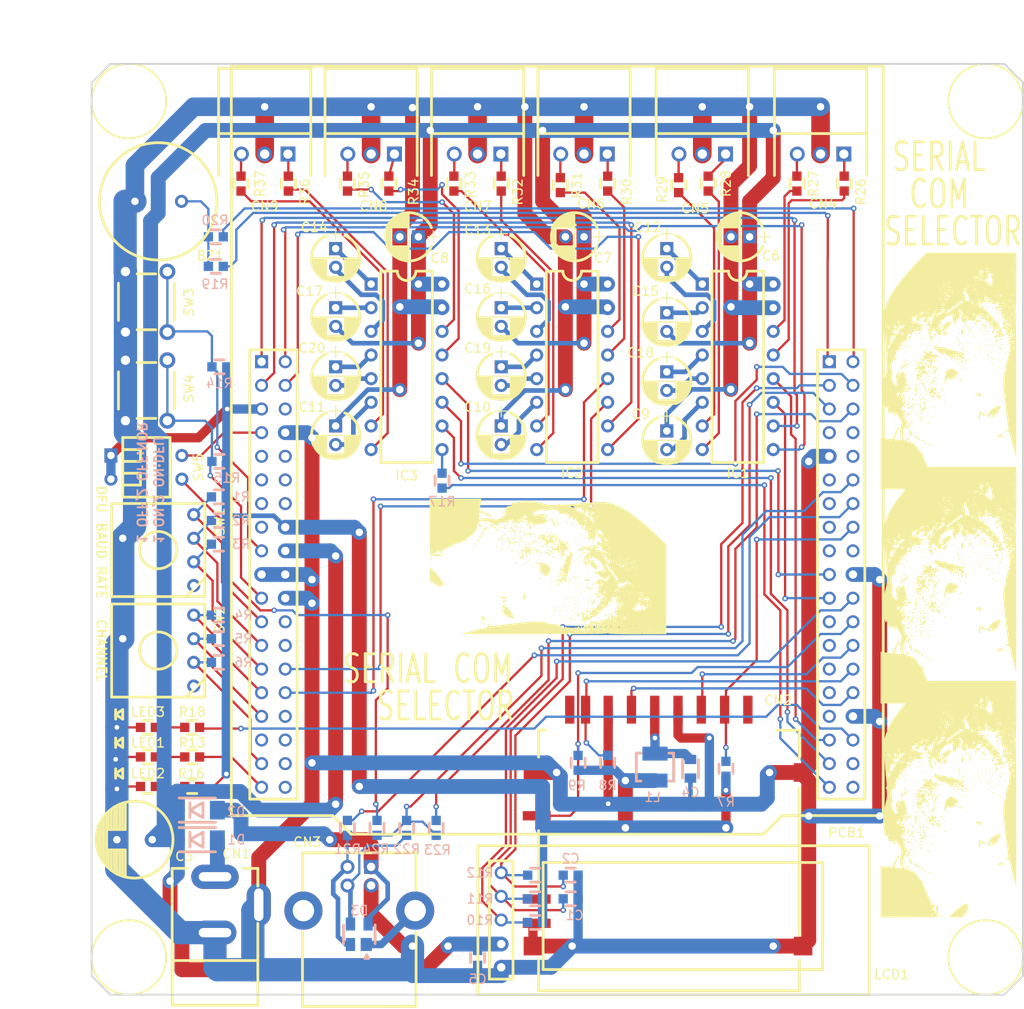
<source format=kicad_pcb>
(kicad_pcb (version 20171130) (host pcbnew "(5.1.10)-1")
  (title_block (title "Serial Communication Selector") (rev 0) (comment 1 "designed by hamayan."))
  (layers (0 F.Cu signal) (31 B.Cu signal) (34 B.Paste user hide) (35 F.Paste user hide) (36 B.SilkS user hide) (37 F.SilkS user) (38 B.Mask user hide) (39 F.Mask user hide) (44 Edge.Cuts user))
  (net 0 "")
  (net 1 "Net-(BZ1-Pad1)")
  (net 2 GND)
  (net 3 /SCL1)
  (net 4 /SDA1)
  (net 5 +5V)
  (net 6 "Net-(C4-Pad2)")
  (net 7 +3V3)
  (net 8 "Net-(C9-Pad2)")
  (net 9 "Net-(C10-Pad2)")
  (net 10 "Net-(C11-Pad2)")
  (net 11 "Net-(C12-Pad1)")
  (net 12 "Net-(C12-Pad2)")
  (net 13 "Net-(C13-Pad2)")
  (net 14 "Net-(C13-Pad1)")
  (net 15 "Net-(C14-Pad1)")
  (net 16 "Net-(C14-Pad2)")
  (net 17 "Net-(C15-Pad1)")
  (net 18 "Net-(C16-Pad1)")
  (net 19 "Net-(C17-Pad1)")
  (net 20 "Net-(C18-Pad2)")
  (net 21 "Net-(C18-Pad1)")
  (net 22 "Net-(C19-Pad1)")
  (net 23 "Net-(C19-Pad2)")
  (net 24 "Net-(C20-Pad2)")
  (net 25 "Net-(C20-Pad1)")
  (net 26 "Net-(CN1-Pad1)")
  (net 27 /SD_CS)
  (net 28 /SPI2_MOSI)
  (net 29 /SPI2_SCK)
  (net 30 /SPI2_MISO)
  (net 31 "Net-(CN2-Pad8)")
  (net 32 "Net-(CN2-Pad9)")
  (net 33 /SD_CD)
  (net 34 "Net-(CN3-Pad2)")
  (net 35 "Net-(CN3-Pad1)")
  (net 36 "Net-(CN3-Pad3)")
  (net 37 "Net-(CN3-Pad5)")
  (net 38 "Net-(CN4-Pad3)")
  (net 39 "Net-(CN4-Pad1)")
  (net 40 "Net-(CN5-Pad1)")
  (net 41 "Net-(CN5-Pad3)")
  (net 42 "Net-(CN6-Pad3)")
  (net 43 "Net-(CN6-Pad1)")
  (net 44 "Net-(CN7-Pad1)")
  (net 45 "Net-(CN7-Pad3)")
  (net 46 "Net-(CN8-Pad1)")
  (net 47 "Net-(CN8-Pad3)")
  (net 48 "Net-(CN9-Pad3)")
  (net 49 "Net-(CN9-Pad1)")
  (net 50 /RXD3)
  (net 51 /TXD3)
  (net 52 /TXD1)
  (net 53 /RXD1)
  (net 54 /RS_RXD1)
  (net 55 /RS_TXD1)
  (net 56 /RS_TXD3)
  (net 57 /RS_RXD3)
  (net 58 /RXD5)
  (net 59 /TXD5)
  (net 60 /TXD4)
  (net 61 /RXD4)
  (net 62 /RS_RXD4)
  (net 63 /RS_TXD4)
  (net 64 /RS_TXD5)
  (net 65 /RS_RXD5)
  (net 66 /RS_RXD2)
  (net 67 /RS_TXD2)
  (net 68 /RS_TXD6)
  (net 69 /RS_RXD6)
  (net 70 /RXD6)
  (net 71 /TXD6)
  (net 72 /TXD2)
  (net 73 /RXD2)
  (net 74 "Net-(LED1-Pad1)")
  (net 75 "Net-(LED2-Pad1)")
  (net 76 "Net-(LED3-Pad1)")
  (net 77 "Net-(PCB1-Pad6)")
  (net 78 "Net-(PCB1-Pad9)")
  (net 79 "Net-(PCB1-Pad10)")
  (net 80 "Net-(PCB1-Pad11)")
  (net 81 "Net-(PCB1-Pad12)")
  (net 82 "Net-(PCB1-Pad13)")
  (net 83 "Net-(PCB1-Pad14)")
  (net 84 "Net-(PCB1-Pad15)")
  (net 85 /SW_IN1)
  (net 86 /SW_IN2)
  (net 87 /BR_SEL0)
  (net 88 "Net-(PCB1-Pad24)")
  (net 89 /BR_SEL1)
  (net 90 "Net-(PCB1-Pad26)")
  (net 91 /BR_SEL2)
  (net 92 /CH_SEL0)
  (net 93 /CH_SEL1)
  (net 94 "Net-(PCB1-Pad32)")
  (net 95 "Net-(PCB1-Pad33)")
  (net 96 "Net-(PCB1-Pad34)")
  (net 97 /CH_SEL2)
  (net 98 "Net-(PCB1-Pad36)")
  (net 99 /ACTLED)
  (net 100 "Net-(PCB1-Pad38)")
  (net 101 /TIM8_CH4)
  (net 102 /TIM3_CH3)
  (net 103 /USBON)
  (net 104 "Net-(PCB1-Pad45)")
  (net 105 "Net-(PCB1-Pad46)")
  (net 106 "Net-(PCB1-Pad48)")
  (net 107 "Net-(PCB1-Pad49)")
  (net 108 /USBDP)
  (net 109 "Net-(PCB1-Pad51)")
  (net 110 /USBDM)
  (net 111 "Net-(PCB1-Pad53)")
  (net 112 "Net-(PCB1-Pad55)")
  (net 113 "Net-(PCB1-Pad56)")
  (net 114 "Net-(PCB1-Pad61)")
  (net 115 "Net-(PCB1-Pad63)")
  (net 116 "Net-(PCB1-Pad65)")
  (net 117 "Net-(PCB1-Pad67)")
  (net 118 "Net-(PCB1-Pad69)")
  (net 119 /REDLED)
  (net 120 "Net-(PCB1-Pad74)")
  (net 121 "Net-(PCB1-Pad75)")
  (net 122 "Net-(PCB1-Pad76)")
  (net 123 "Net-(SW1-Pad8)")
  (net 124 "Net-(SW2-Pad8)")
  (net 125 "Net-(CN2-Pad11)")
  (net 126 /LCD_RES)
  (net 127 "Net-(CN3-Pad6)")
  (net 128 /BOOT0)
  (net 129 /DFUON)
  (module footprint:makio_001 (layer F.Cu) (at 99 104)
    (fp_text reference G*** hide)
    (fp_text value LOGO hide)
  )
  (module footprint:makio_001 (layer F.Cu) (at 142 129 90)
    (fp_text reference G*** hide)
    (fp_text value LOGO hide)
  )
  (module footprint:makio_001 (layer F.Cu) (at 142 106 90)
    (fp_text reference G*** hide)
    (fp_text value LOGO hide)
  )
  (module footprint:makio_001 (layer F.Cu) (at 142 83 90)
    (fp_text reference G*** hide)
    (fp_text value LOGO hide)
  )
  (module footprint:CP_Radial_D5.0mm_P2.00mm (layer F.Cu) (at 120.65 68.58 180)
    (fp_text reference C6 (at -2.286 -2.032) (layer F.SilkS))
    (fp_text value 1uF/16V)
    (pad 2 thru_hole circle (at 2 0 180) (size 1.4 1.4) (drill 0.8) (layers *.Cu *.Mask) (net 2 GND))
    (pad 1 thru_hole rect (at 0 0 180) (size 1.4 1.4) (drill 0.8) (layers *.Cu *.Mask) (net 5 +5V))
  )
  (module footprint:CP_Radial_D5.0mm_P2.00mm (layer F.Cu) (at 102.87 68.58 180)
    (fp_text reference C7 (at -2.032 -2.286) (layer F.SilkS))
    (fp_text value 1uF/16V)
    (pad 2 thru_hole circle (at 2 0 180) (size 1.4 1.4) (drill 0.8) (layers *.Cu *.Mask) (net 2 GND))
    (pad 1 thru_hole rect (at 0 0 180) (size 1.4 1.4) (drill 0.8) (layers *.Cu *.Mask) (net 5 +5V))
  )
  (module footprint:CP_Radial_D5.0mm_P2.00mm (layer F.Cu) (at 111.76 69.85 270)
    (fp_text reference C12 (at -2.286 2.032 180) (layer F.SilkS))
    (fp_text value 1uF/16V)
    (pad 2 thru_hole circle (at 2 0 270) (size 1.4 1.4) (drill 0.8) (layers *.Cu *.Mask) (net 12 "Net-(C12-Pad2)"))
    (pad 1 thru_hole rect (at 0 0 270) (size 1.4 1.4) (drill 0.8) (layers *.Cu *.Mask) (net 11 "Net-(C12-Pad1)"))
  )
  (module footprint:CP_Radial_D5.0mm_P2.00mm (layer F.Cu) (at 111.76 76.74 270)
    (fp_text reference C15 (at -2.318 2.286 180) (layer F.SilkS))
    (fp_text value 1uF/16V)
    (pad 2 thru_hole circle (at 2 0 270) (size 1.4 1.4) (drill 0.8) (layers *.Cu *.Mask) (net 5 +5V))
    (pad 1 thru_hole rect (at 0 0 270) (size 1.4 1.4) (drill 0.8) (layers *.Cu *.Mask) (net 17 "Net-(C15-Pad1)"))
  )
  (module footprint:CP_Radial_D5.0mm_P2.00mm (layer F.Cu) (at 111.76 83.09 270)
    (fp_text reference C18 (at -2.064 2.794 180) (layer F.SilkS))
    (fp_text value 1uF/16V)
    (pad 2 thru_hole circle (at 2 0 270) (size 1.4 1.4) (drill 0.8) (layers *.Cu *.Mask) (net 20 "Net-(C18-Pad2)"))
    (pad 1 thru_hole rect (at 0 0 270) (size 1.4 1.4) (drill 0.8) (layers *.Cu *.Mask) (net 21 "Net-(C18-Pad1)"))
  )
  (module footprint:CP_Radial_D5.0mm_P2.00mm (layer F.Cu) (at 111.76 89.44 270)
    (fp_text reference C9 (at -1.81 2.794 180) (layer F.SilkS))
    (fp_text value 1uF/16V)
    (pad 2 thru_hole circle (at 2 0 270) (size 1.4 1.4) (drill 0.8) (layers *.Cu *.Mask) (net 8 "Net-(C9-Pad2)"))
    (pad 1 thru_hole rect (at 0 0 270) (size 1.4 1.4) (drill 0.8) (layers *.Cu *.Mask) (net 2 GND))
  )
  (module footprint:CP_Radial_D5.0mm_P2.00mm (layer F.Cu) (at 93.98 88.9 270)
    (fp_text reference C10 (at -2.032 2.54 180) (layer F.SilkS))
    (fp_text value 1uF/16V)
    (pad 2 thru_hole circle (at 2 0 270) (size 1.4 1.4) (drill 0.8) (layers *.Cu *.Mask) (net 9 "Net-(C10-Pad2)"))
    (pad 1 thru_hole rect (at 0 0 270) (size 1.4 1.4) (drill 0.8) (layers *.Cu *.Mask) (net 2 GND))
  )
  (module footprint:CP_Radial_D5.0mm_P2.00mm (layer F.Cu) (at 93.98 82.55 270)
    (fp_text reference C19 (at -2.032 2.54 180) (layer F.SilkS))
    (fp_text value 1uF/16V)
    (pad 2 thru_hole circle (at 2 0 270) (size 1.4 1.4) (drill 0.8) (layers *.Cu *.Mask) (net 23 "Net-(C19-Pad2)"))
    (pad 1 thru_hole rect (at 0 0 270) (size 1.4 1.4) (drill 0.8) (layers *.Cu *.Mask) (net 22 "Net-(C19-Pad1)"))
  )
  (module footprint:CP_Radial_D5.0mm_P2.00mm (layer F.Cu) (at 93.98 76.2 270)
    (fp_text reference C16 (at -2.032 2.54 180) (layer F.SilkS))
    (fp_text value 1uF/16V)
    (pad 2 thru_hole circle (at 2 0 270) (size 1.4 1.4) (drill 0.8) (layers *.Cu *.Mask) (net 5 +5V))
    (pad 1 thru_hole rect (at 0 0 270) (size 1.4 1.4) (drill 0.8) (layers *.Cu *.Mask) (net 18 "Net-(C16-Pad1)"))
  )
  (module footprint:CP_Radial_D5.0mm_P2.00mm (layer F.Cu) (at 93.98 69.85 270)
    (fp_text reference C13 (at -2.032 2.54 180) (layer F.SilkS))
    (fp_text value 1uF/16V)
    (pad 2 thru_hole circle (at 2 0 270) (size 1.4 1.4) (drill 0.8) (layers *.Cu *.Mask) (net 13 "Net-(C13-Pad2)"))
    (pad 1 thru_hole rect (at 0 0 270) (size 1.4 1.4) (drill 0.8) (layers *.Cu *.Mask) (net 14 "Net-(C13-Pad1)"))
  )
  (module footprint:CP_Radial_D5.0mm_P2.00mm (layer F.Cu) (at 85.09 68.58 180)
    (fp_text reference C8 (at -2.286 -2.286) (layer F.SilkS))
    (fp_text value 1uF/16V)
    (pad 2 thru_hole circle (at 2 0 180) (size 1.4 1.4) (drill 0.8) (layers *.Cu *.Mask) (net 2 GND))
    (pad 1 thru_hole rect (at 0 0 180) (size 1.4 1.4) (drill 0.8) (layers *.Cu *.Mask) (net 5 +5V))
  )
  (module footprint:CP_Radial_D5.0mm_P2.00mm (layer F.Cu) (at 76.2 69.85 270)
    (fp_text reference C14 (at -2.286 2.286 180) (layer F.SilkS))
    (fp_text value 1uF/16V)
    (pad 2 thru_hole circle (at 2 0 270) (size 1.4 1.4) (drill 0.8) (layers *.Cu *.Mask) (net 16 "Net-(C14-Pad2)"))
    (pad 1 thru_hole rect (at 0 0 270) (size 1.4 1.4) (drill 0.8) (layers *.Cu *.Mask) (net 15 "Net-(C14-Pad1)"))
  )
  (module footprint:CP_Radial_D5.0mm_P2.00mm (layer F.Cu) (at 76.2 76.2 270)
    (fp_text reference C17 (at -1.778 2.794 180) (layer F.SilkS))
    (fp_text value 1uF/16V)
    (pad 2 thru_hole circle (at 2 0 270) (size 1.4 1.4) (drill 0.8) (layers *.Cu *.Mask) (net 5 +5V))
    (pad 1 thru_hole rect (at 0 0 270) (size 1.4 1.4) (drill 0.8) (layers *.Cu *.Mask) (net 19 "Net-(C17-Pad1)"))
  )
  (module footprint:CP_Radial_D5.0mm_P2.00mm (layer F.Cu) (at 76.2 82.55 270)
    (fp_text reference C20 (at -2.032 2.54 180) (layer F.SilkS))
    (fp_text value 1uF/16V)
    (pad 2 thru_hole circle (at 2 0 270) (size 1.4 1.4) (drill 0.8) (layers *.Cu *.Mask) (net 24 "Net-(C20-Pad2)"))
    (pad 1 thru_hole rect (at 0 0 270) (size 1.4 1.4) (drill 0.8) (layers *.Cu *.Mask) (net 25 "Net-(C20-Pad1)"))
  )
  (module footprint:CP_Radial_D5.0mm_P2.00mm (layer F.Cu) (at 76.2 88.9 270)
    (fp_text reference C11 (at -2.032 2.54 180) (layer F.SilkS))
    (fp_text value 1uF/16V)
    (pad 2 thru_hole circle (at 2 0 270) (size 1.4 1.4) (drill 0.8) (layers *.Cu *.Mask) (net 10 "Net-(C11-Pad2)"))
    (pad 1 thru_hole rect (at 0 0 270) (size 1.4 1.4) (drill 0.8) (layers *.Cu *.Mask) (net 2 GND))
  )
  (module MountingHole:MountingHole_3.5mm (layer F.Cu) (at 146 54)
    (fp_text reference REF** hide)
    (fp_text value MountingHole_3.5mm)
    (pad 1 np_thru_hole circle (at 0 0) (size 3.5 3.5) (drill 3.5) (layers *.Cu *.Mask))
  )
  (module MountingHole:MountingHole_3.5mm (layer F.Cu) (at 146 146)
    (fp_text reference REF** hide)
    (fp_text value MountingHole_3.5mm)
    (pad 1 np_thru_hole circle (at 0 0) (size 3.5 3.5) (drill 3.5) (layers *.Cu *.Mask))
  )
  (module MountingHole:MountingHole_3.5mm (layer F.Cu) (at 54 146)
    (fp_text reference REF** hide)
    (fp_text value MountingHole_3.5mm)
    (pad 1 np_thru_hole circle (at 0 0) (size 3.5 3.5) (drill 3.5) (layers *.Cu *.Mask))
  )
  (module MountingHole:MountingHole_3.5mm (layer F.Cu) (at 54 54)
    (fp_text reference REF** hide)
    (fp_text value MountingHole_3.5mm)
    (pad 1 np_thru_hole circle (at 0 0) (size 3.5 3.5) (drill 3.5) (layers *.Cu *.Mask))
  )
  (module footprint:cn_USB_B (layer F.Cu) (at 80.01 136.27 270)
    (fp_text reference CN3 (at -2.666 6.858) (layer F.SilkS))
    (fp_text value "USB B")
    (pad 2 thru_hole circle (at 0 2.54 180) (size 1.5 1.5) (drill 0.9) (layers *.Cu *.Mask) (net 34 "Net-(CN3-Pad2)"))
    (pad 1 thru_hole rect (at 0 0 180) (size 1.5 1.5) (drill 0.9) (layers *.Cu *.Mask) (net 35 "Net-(CN3-Pad1)"))
    (pad 4 thru_hole circle (at 2 0 180) (size 1.5 1.5) (drill 0.9) (layers *.Cu *.Mask) (net 2 GND))
    (pad 3 thru_hole circle (at 2 2.54 180) (size 1.5 1.5) (drill 0.9) (layers *.Cu *.Mask) (net 36 "Net-(CN3-Pad3)"))
    (pad 6 thru_hole circle (at 4.7 7.27 180) (size 4.1 4.1) (drill 2.3) (layers *.Cu *.Mask) (net 127 "Net-(CN3-Pad6)"))
    (pad 5 thru_hole circle (at 4.7 -4.73 180) (size 4.1 4.1) (drill 2.3) (layers *.Cu *.Mask) (net 37 "Net-(CN3-Pad5)"))
  )
  (module footprint:bz_PKM13EPYH4000-A0 (layer F.Cu) (at 57.15 64.77 180)
    (fp_text reference BZ1 (at -5.588 -5.842) (layer F.SilkS))
    (fp_text value PKM13EPYH4000-A0)
    (pad 1 thru_hole circle (at -2.5 0 180) (size 1.4 1.4) (drill 0.8) (layers *.Cu *.Mask) (net 1 "Net-(BZ1-Pad1)"))
    (pad 2 thru_hole circle (at 2.5 0 180) (size 1.4 1.4) (drill 0.8) (layers *.Cu *.Mask) (net 2 GND))
  )
  (module footprint:C_0603 (layer B.Cu) (at 101.435 139.7 180)
    (fp_text reference C1 (at -0.419 -1.778) (layer B.SilkS) (effects (justify mirror)))
    (fp_text value 100pF)
    (pad 2 smd rect (at 0.8 0 180) (size 1 1) (layers B.Cu B.Paste B.Mask) (net 3 /SCL1))
    (pad 1 smd rect (at -0.8 0 180) (size 1 1) (layers B.Cu B.Paste B.Mask) (net 2 GND))
  )
  (module footprint:C_0603 (layer B.Cu) (at 101.435 137.16 180)
    (fp_text reference C2 (at 0 1.778) (layer B.SilkS) (effects (justify mirror)))
    (fp_text value 100pF)
    (pad 2 smd rect (at 0.8 0 180) (size 1 1) (layers B.Cu B.Paste B.Mask) (net 4 /SDA1))
    (pad 1 smd rect (at -0.8 0 180) (size 1 1) (layers B.Cu B.Paste B.Mask) (net 2 GND))
  )
  (module footprint:CP_Radial_D8.25mm_P3.80mm (layer F.Cu) (at 54.61 133.35 180)
    (fp_text reference C3 (at -5.334 -1.778) (layer F.SilkS))
    (fp_text value 470uF/10V)
    (pad 1 thru_hole circle (at -1.9 0 180) (size 1.6 1.6) (drill 0.8) (layers *.Cu *.Mask) (net 5 +5V))
    (pad 2 thru_hole circle (at 1.9 0 180) (size 1.6 1.6) (drill 0.8) (layers *.Cu *.Mask) (net 2 GND))
  )
  (module footprint:C_0805 (layer B.Cu) (at 114.3 125.73 90)
    (fp_text reference C4 (at -2.54 0) (layer B.SilkS) (effects (justify mirror)))
    (fp_text value 10uF)
    (pad 1 smd rect (at -1 0 90) (size 1 1.25) (layers B.Cu B.Paste B.Mask) (net 2 GND))
    (pad 2 smd rect (at 1 0 90) (size 1 1.25) (layers B.Cu B.Paste B.Mask) (net 6 "Net-(C4-Pad2)"))
  )
  (module footprint:C_0603 (layer B.Cu) (at 91.44 146.05 270)
    (fp_text reference C5 (at 2.286 0 180) (layer B.SilkS) (effects (justify mirror)))
    (fp_text value 0.1uF)
    (pad 2 smd rect (at 0.8 0 270) (size 1 1) (layers B.Cu B.Paste B.Mask) (net 2 GND))
    (pad 1 smd rect (at -0.8 0 270) (size 1 1) (layers B.Cu B.Paste B.Mask) (net 5 +5V))
  )
  (module footprint:cn_MJ-179P (layer F.Cu) (at 63.245 137.335 90)
    (fp_text reference CN1 (at 2.461 2.287) (layer F.SilkS))
    (fp_text value MJ-179P)
    (pad 1 thru_hole oval (at 0 0 90) (size 2.6 5.1) (drill oval 1 3.5) (layers *.Cu *.Mask) (net 26 "Net-(CN1-Pad1)"))
    (pad 2 thru_hole oval (at -6 0 90) (size 2.6 4.6) (drill oval 1 3.5) (layers *.Cu *.Mask) (net 2 GND))
    (pad 3 thru_hole oval (at -3 4.7 90) (size 4.6 2.6) (drill oval 3.5 1) (layers *.Cu *.Mask) (net 2 GND))
  )
  (module "footprint:cn_HRS_DM1AA-SF-PEJ(21)" (layer F.Cu) (at 111.99 135.58)
    (fp_text reference CN2 (at 11.708 -17.216) (layer F.SilkS))
    (fp_text value DM1AA-SF-PEJ)
    (pad 1 smd rect (at 5.975 -16.2 90) (size 3 1) (layers F.Cu F.Paste F.Mask) (net 27 /SD_CS))
    (pad 2 smd rect (at 3.475 -16.2 90) (size 3 1) (layers F.Cu F.Paste F.Mask) (net 28 /SPI2_MOSI))
    (pad 3 smd rect (at 0.975 -16.2 90) (size 3 1) (layers F.Cu F.Paste F.Mask) (net 2 GND))
    (pad 4 smd rect (at -1.525 -16.2 90) (size 3 1) (layers F.Cu F.Paste F.Mask) (net 6 "Net-(C4-Pad2)"))
    (pad 5 smd rect (at -4.025 -16.2 90) (size 3 1) (layers F.Cu F.Paste F.Mask) (net 29 /SPI2_SCK))
    (pad 6 smd rect (at -6.525 -16.2 90) (size 3 1) (layers F.Cu F.Paste F.Mask) (net 2 GND))
    (pad 7 smd rect (at -8.95 -16.2 90) (size 3 1) (layers F.Cu F.Paste F.Mask) (net 30 /SPI2_MISO))
    (pad 8 smd rect (at -10.65 -16.2 90) (size 3 1) (layers F.Cu F.Paste F.Mask) (net 31 "Net-(CN2-Pad8)"))
    (pad 9 smd rect (at 8.475 -16.2 90) (size 3 1) (layers F.Cu F.Paste F.Mask) (net 32 "Net-(CN2-Pad9)"))
    (pad 10 smd rect (at -14.2 -4.8 90) (size 1 3) (layers F.Cu F.Paste F.Mask) (net 33 /SD_CD))
    (pad 11 smd rect (at -14.2 4.15 90) (size 1 3) (layers F.Cu F.Paste F.Mask) (net 125 "Net-(CN2-Pad11)"))
    (pad 12 smd rect (at -14.2 6.75 90) (size 1 3) (layers F.Cu F.Paste F.Mask) (net 2 GND))
    (pad 13 smd rect (at -14.6 -9.45) (size 2 2) (layers F.Cu F.Paste F.Mask) (net 2 GND))
    (pad 16 smd rect (at 14.4 -9.45) (size 2 2) (layers F.Cu F.Paste F.Mask) (net 2 GND))
    (pad 14 smd rect (at -14.6 9.2) (size 2 2) (layers F.Cu F.Paste F.Mask) (net 2 GND))
    (pad 15 smd rect (at 14.4 9.2) (size 2 2) (layers F.Cu F.Paste F.Mask) (net 2 GND))
    (pad "" np_thru_hole circle (at -12 -14) (size 1.3 1.3) (drill 1.3) (layers *.Cu *.Mask F.SilkS))
    (pad "" np_thru_hole circle (at 10.4 -14) (size 1.3 1.3) (drill 1.3) (layers *.Cu *.Mask F.SilkS))
  )
  (module footprint:cn_S3B-XH-A (layer F.Cu) (at 128.27 59.69 180)
    (fp_text reference CN4 (at -0.254 -5.334) (layer F.SilkS))
    (fp_text value S3B-XH-A)
    (pad 3 thru_hole circle (at 2.5 0 180) (size 1.6 1.6) (drill 1) (layers *.Cu *.Mask) (net 38 "Net-(CN4-Pad3)"))
    (pad 2 thru_hole circle (at 0 0 180) (size 1.6 1.6) (drill 1) (layers *.Cu *.Mask) (net 2 GND))
    (pad 1 thru_hole rect (at -2.5 0 180) (size 1.6 1.6) (drill 1) (layers *.Cu *.Mask) (net 39 "Net-(CN4-Pad1)"))
  )
  (module footprint:cn_S3B-XH-A (layer F.Cu) (at 115.57 59.69 180)
    (fp_text reference CN5 (at 0.762 -5.842) (layer F.SilkS))
    (fp_text value S3B-XH-A)
    (pad 1 thru_hole rect (at -2.5 0 180) (size 1.6 1.6) (drill 1) (layers *.Cu *.Mask) (net 40 "Net-(CN5-Pad1)"))
    (pad 2 thru_hole circle (at 0 0 180) (size 1.6 1.6) (drill 1) (layers *.Cu *.Mask) (net 2 GND))
    (pad 3 thru_hole circle (at 2.5 0 180) (size 1.6 1.6) (drill 1) (layers *.Cu *.Mask) (net 41 "Net-(CN5-Pad3)"))
  )
  (module footprint:cn_S3B-XH-A (layer F.Cu) (at 102.87 59.69 180)
    (fp_text reference CN6 (at -0.762 -5.334) (layer F.SilkS))
    (fp_text value S3B-XH-A)
    (pad 3 thru_hole circle (at 2.5 0 180) (size 1.6 1.6) (drill 1) (layers *.Cu *.Mask) (net 42 "Net-(CN6-Pad3)"))
    (pad 2 thru_hole circle (at 0 0 180) (size 1.6 1.6) (drill 1) (layers *.Cu *.Mask) (net 2 GND))
    (pad 1 thru_hole rect (at -2.5 0 180) (size 1.6 1.6) (drill 1) (layers *.Cu *.Mask) (net 43 "Net-(CN6-Pad1)"))
  )
  (module footprint:cn_S3B-XH-A (layer F.Cu) (at 91.44 59.69 180)
    (fp_text reference CN7 (at 0 -5.588) (layer F.SilkS))
    (fp_text value S3B-XH-A)
    (pad 1 thru_hole rect (at -2.5 0 180) (size 1.6 1.6) (drill 1) (layers *.Cu *.Mask) (net 44 "Net-(CN7-Pad1)"))
    (pad 2 thru_hole circle (at 0 0 180) (size 1.6 1.6) (drill 1) (layers *.Cu *.Mask) (net 2 GND))
    (pad 3 thru_hole circle (at 2.5 0 180) (size 1.6 1.6) (drill 1) (layers *.Cu *.Mask) (net 45 "Net-(CN7-Pad3)"))
  )
  (module footprint:cn_S3B-XH-A (layer F.Cu) (at 80.01 59.69 180)
    (fp_text reference CN8 (at -0.254 -5.588) (layer F.SilkS))
    (fp_text value S3B-XH-A)
    (pad 1 thru_hole rect (at -2.5 0 180) (size 1.6 1.6) (drill 1) (layers *.Cu *.Mask) (net 46 "Net-(CN8-Pad1)"))
    (pad 2 thru_hole circle (at 0 0 180) (size 1.6 1.6) (drill 1) (layers *.Cu *.Mask) (net 2 GND))
    (pad 3 thru_hole circle (at 2.5 0 180) (size 1.6 1.6) (drill 1) (layers *.Cu *.Mask) (net 47 "Net-(CN8-Pad3)"))
  )
  (module footprint:cn_S3B-XH-A (layer F.Cu) (at 68.58 59.69 180)
    (fp_text reference CN9 (at 0 -5.588) (layer F.SilkS))
    (fp_text value S3B-XH-A)
    (pad 3 thru_hole circle (at 2.5 0 180) (size 1.6 1.6) (drill 1) (layers *.Cu *.Mask) (net 48 "Net-(CN9-Pad3)"))
    (pad 2 thru_hole circle (at 0 0 180) (size 1.6 1.6) (drill 1) (layers *.Cu *.Mask) (net 2 GND))
    (pad 1 thru_hole rect (at -2.5 0 180) (size 1.6 1.6) (drill 1) (layers *.Cu *.Mask) (net 49 "Net-(CN9-Pad1)"))
  )
  (module footprint:d_SX34F (layer B.Cu) (at 61.35 133.35 180)
    (fp_text reference D1 (at -4.182 0) (layer B.SilkS) (effects (justify mirror)))
    (fp_text value RB160L-40TE25)
    (pad 1 smd rect (at -2.15 0 180) (size 1.6 2) (layers B.Cu B.Paste B.Mask) (net 26 "Net-(CN1-Pad1)"))
    (pad 2 smd rect (at 2.15 0 180) (size 1.6 2) (layers B.Cu B.Paste B.Mask) (net 5 +5V))
  )
  (module footprint:d_SX34F (layer B.Cu) (at 61.35 130.175 180)
    (fp_text reference D2 (at -4.182 -0.127) (layer B.SilkS) (effects (justify mirror)))
    (fp_text value RB160L-40TE25)
    (pad 2 smd rect (at 2.15 0 180) (size 1.6 2) (layers B.Cu B.Paste B.Mask) (net 5 +5V))
    (pad 1 smd rect (at -2.15 0 180) (size 1.6 2) (layers B.Cu B.Paste B.Mask) (net 35 "Net-(CN3-Pad1)"))
  )
  (module footprint:d_SP0503BAHT (layer B.Cu) (at 78.74 143.51 180)
    (fp_text reference D3 (at 0 2.54) (layer B.SilkS) (effects (justify mirror)))
    (fp_text value SP0503BAHTG)
    (pad 1 smd rect (at -0.75 -1.1 180) (size 1.2 1.4) (layers B.Cu B.Paste B.Mask) (net 37 "Net-(CN3-Pad5)"))
    (pad 2 smd rect (at 0.95 -1.1 180) (size 1 1.4) (layers B.Cu B.Paste B.Mask) (net 34 "Net-(CN3-Pad2)"))
    (pad 3 smd rect (at 0.95 1.1 180) (size 1 1.4) (layers B.Cu B.Paste B.Mask) (net 36 "Net-(CN3-Pad3)"))
    (pad 4 smd rect (at -0.95 1.1 180) (size 1 1.4) (layers B.Cu B.Paste B.Mask) (net 35 "Net-(CN3-Pad1)"))
  )
  (module footprint:ic_DIP-16_W7.62mm (layer F.Cu) (at 115.57 73.66)
    (fp_text reference IC1 (at 3.81 20.32) (layer F.SilkS))
    (fp_text value ADM232L)
    (pad 1 thru_hole rect (at 0 0) (size 1.4 1.4) (drill 0.8) (layers *.Cu *.Mask) (net 11 "Net-(C12-Pad1)"))
    (pad 9 thru_hole oval (at 7.62 17.78) (size 1.4 1.4) (drill 0.8) (layers *.Cu *.Mask) (net 50 /RXD3))
    (pad 2 thru_hole oval (at 0 2.54) (size 1.4 1.4) (drill 0.8) (layers *.Cu *.Mask) (net 17 "Net-(C15-Pad1)"))
    (pad 10 thru_hole oval (at 7.62 15.24) (size 1.4 1.4) (drill 0.8) (layers *.Cu *.Mask) (net 51 /TXD3))
    (pad 3 thru_hole oval (at 0 5.08) (size 1.4 1.4) (drill 0.8) (layers *.Cu *.Mask) (net 12 "Net-(C12-Pad2)"))
    (pad 11 thru_hole oval (at 7.62 12.7) (size 1.4 1.4) (drill 0.8) (layers *.Cu *.Mask) (net 52 /TXD1))
    (pad 4 thru_hole oval (at 0 7.62) (size 1.4 1.4) (drill 0.8) (layers *.Cu *.Mask) (net 21 "Net-(C18-Pad1)"))
    (pad 12 thru_hole oval (at 7.62 10.16) (size 1.4 1.4) (drill 0.8) (layers *.Cu *.Mask) (net 53 /RXD1))
    (pad 5 thru_hole oval (at 0 10.16) (size 1.4 1.4) (drill 0.8) (layers *.Cu *.Mask) (net 20 "Net-(C18-Pad2)"))
    (pad 13 thru_hole oval (at 7.62 7.62) (size 1.4 1.4) (drill 0.8) (layers *.Cu *.Mask) (net 54 /RS_RXD1))
    (pad 6 thru_hole oval (at 0 12.7) (size 1.4 1.4) (drill 0.8) (layers *.Cu *.Mask) (net 8 "Net-(C9-Pad2)"))
    (pad 14 thru_hole oval (at 7.62 5.08) (size 1.4 1.4) (drill 0.8) (layers *.Cu *.Mask) (net 55 /RS_TXD1))
    (pad 7 thru_hole oval (at 0 15.24) (size 1.4 1.4) (drill 0.8) (layers *.Cu *.Mask) (net 56 /RS_TXD3))
    (pad 15 thru_hole oval (at 7.62 2.54) (size 1.4 1.4) (drill 0.8) (layers *.Cu *.Mask) (net 2 GND))
    (pad 8 thru_hole oval (at 0 17.78) (size 1.4 1.4) (drill 0.8) (layers *.Cu *.Mask) (net 57 /RS_RXD3))
    (pad 16 thru_hole oval (at 7.62 0) (size 1.4 1.4) (drill 0.8) (layers *.Cu *.Mask) (net 5 +5V))
  )
  (module footprint:ic_DIP-16_W7.62mm (layer F.Cu) (at 97.79 73.66)
    (fp_text reference IC2 (at 3.81 20.32) (layer F.SilkS))
    (fp_text value ADM232L)
    (pad 1 thru_hole rect (at 0 0) (size 1.4 1.4) (drill 0.8) (layers *.Cu *.Mask) (net 14 "Net-(C13-Pad1)"))
    (pad 9 thru_hole oval (at 7.62 17.78) (size 1.4 1.4) (drill 0.8) (layers *.Cu *.Mask) (net 58 /RXD5))
    (pad 2 thru_hole oval (at 0 2.54) (size 1.4 1.4) (drill 0.8) (layers *.Cu *.Mask) (net 18 "Net-(C16-Pad1)"))
    (pad 10 thru_hole oval (at 7.62 15.24) (size 1.4 1.4) (drill 0.8) (layers *.Cu *.Mask) (net 59 /TXD5))
    (pad 3 thru_hole oval (at 0 5.08) (size 1.4 1.4) (drill 0.8) (layers *.Cu *.Mask) (net 13 "Net-(C13-Pad2)"))
    (pad 11 thru_hole oval (at 7.62 12.7) (size 1.4 1.4) (drill 0.8) (layers *.Cu *.Mask) (net 60 /TXD4))
    (pad 4 thru_hole oval (at 0 7.62) (size 1.4 1.4) (drill 0.8) (layers *.Cu *.Mask) (net 22 "Net-(C19-Pad1)"))
    (pad 12 thru_hole oval (at 7.62 10.16) (size 1.4 1.4) (drill 0.8) (layers *.Cu *.Mask) (net 61 /RXD4))
    (pad 5 thru_hole oval (at 0 10.16) (size 1.4 1.4) (drill 0.8) (layers *.Cu *.Mask) (net 23 "Net-(C19-Pad2)"))
    (pad 13 thru_hole oval (at 7.62 7.62) (size 1.4 1.4) (drill 0.8) (layers *.Cu *.Mask) (net 62 /RS_RXD4))
    (pad 6 thru_hole oval (at 0 12.7) (size 1.4 1.4) (drill 0.8) (layers *.Cu *.Mask) (net 9 "Net-(C10-Pad2)"))
    (pad 14 thru_hole oval (at 7.62 5.08) (size 1.4 1.4) (drill 0.8) (layers *.Cu *.Mask) (net 63 /RS_TXD4))
    (pad 7 thru_hole oval (at 0 15.24) (size 1.4 1.4) (drill 0.8) (layers *.Cu *.Mask) (net 64 /RS_TXD5))
    (pad 15 thru_hole oval (at 7.62 2.54) (size 1.4 1.4) (drill 0.8) (layers *.Cu *.Mask) (net 2 GND))
    (pad 8 thru_hole oval (at 0 17.78) (size 1.4 1.4) (drill 0.8) (layers *.Cu *.Mask) (net 65 /RS_RXD5))
    (pad 16 thru_hole oval (at 7.62 0) (size 1.4 1.4) (drill 0.8) (layers *.Cu *.Mask) (net 5 +5V))
  )
  (module footprint:ic_DIP-16_W7.62mm (layer F.Cu) (at 80.01 73.66)
    (fp_text reference IC3 (at 3.81 20.574) (layer F.SilkS))
    (fp_text value ADM232L)
    (pad 16 thru_hole oval (at 7.62 0) (size 1.4 1.4) (drill 0.8) (layers *.Cu *.Mask) (net 5 +5V))
    (pad 8 thru_hole oval (at 0 17.78) (size 1.4 1.4) (drill 0.8) (layers *.Cu *.Mask) (net 66 /RS_RXD2))
    (pad 15 thru_hole oval (at 7.62 2.54) (size 1.4 1.4) (drill 0.8) (layers *.Cu *.Mask) (net 2 GND))
    (pad 7 thru_hole oval (at 0 15.24) (size 1.4 1.4) (drill 0.8) (layers *.Cu *.Mask) (net 67 /RS_TXD2))
    (pad 14 thru_hole oval (at 7.62 5.08) (size 1.4 1.4) (drill 0.8) (layers *.Cu *.Mask) (net 68 /RS_TXD6))
    (pad 6 thru_hole oval (at 0 12.7) (size 1.4 1.4) (drill 0.8) (layers *.Cu *.Mask) (net 10 "Net-(C11-Pad2)"))
    (pad 13 thru_hole oval (at 7.62 7.62) (size 1.4 1.4) (drill 0.8) (layers *.Cu *.Mask) (net 69 /RS_RXD6))
    (pad 5 thru_hole oval (at 0 10.16) (size 1.4 1.4) (drill 0.8) (layers *.Cu *.Mask) (net 24 "Net-(C20-Pad2)"))
    (pad 12 thru_hole oval (at 7.62 10.16) (size 1.4 1.4) (drill 0.8) (layers *.Cu *.Mask) (net 70 /RXD6))
    (pad 4 thru_hole oval (at 0 7.62) (size 1.4 1.4) (drill 0.8) (layers *.Cu *.Mask) (net 25 "Net-(C20-Pad1)"))
    (pad 11 thru_hole oval (at 7.62 12.7) (size 1.4 1.4) (drill 0.8) (layers *.Cu *.Mask) (net 71 /TXD6))
    (pad 3 thru_hole oval (at 0 5.08) (size 1.4 1.4) (drill 0.8) (layers *.Cu *.Mask) (net 16 "Net-(C14-Pad2)"))
    (pad 10 thru_hole oval (at 7.62 15.24) (size 1.4 1.4) (drill 0.8) (layers *.Cu *.Mask) (net 72 /TXD2))
    (pad 2 thru_hole oval (at 0 2.54) (size 1.4 1.4) (drill 0.8) (layers *.Cu *.Mask) (net 19 "Net-(C17-Pad1)"))
    (pad 9 thru_hole oval (at 7.62 17.78) (size 1.4 1.4) (drill 0.8) (layers *.Cu *.Mask) (net 73 /RXD2))
    (pad 1 thru_hole rect (at 0 0) (size 1.4 1.4) (drill 0.8) (layers *.Cu *.Mask) (net 15 "Net-(C14-Pad1)"))
  )
  (module footprint:l_NR3010 (layer B.Cu) (at 110.49 125.55 90)
    (fp_text reference L1 (at -3.228 -0.254) (layer B.SilkS) (effects (justify mirror)))
    (fp_text value 22uH)
    (pad 2 smd rect (at 1.45 0 90) (size 1.5 2.7) (layers B.Cu B.Paste B.Mask) (net 6 "Net-(C4-Pad2)"))
    (pad 1 smd rect (at -1.45 0 90) (size 1.5 2.7) (layers B.Cu B.Paste B.Mask) (net 7 +3V3))
  )
  (module footprint:C_0603 (layer F.Cu) (at 56.045 124.46 180)
    (fp_text reference LED1 (at 0 1.524) (layer F.SilkS))
    (fp_text value BLUE)
    (pad 2 smd rect (at 0.8 0 180) (size 1 1) (layers F.Cu F.Paste F.Mask) (net 2 GND))
    (pad 1 smd rect (at -0.8 0 180) (size 1 1) (layers F.Cu F.Paste F.Mask) (net 74 "Net-(LED1-Pad1)"))
  )
  (module footprint:C_0603 (layer F.Cu) (at 56.045 127.635 180)
    (fp_text reference LED2 (at 0 1.397) (layer F.SilkS))
    (fp_text value GREEN)
    (pad 2 smd rect (at 0.8 0 180) (size 1 1) (layers F.Cu F.Paste F.Mask) (net 2 GND))
    (pad 1 smd rect (at -0.8 0 180) (size 1 1) (layers F.Cu F.Paste F.Mask) (net 75 "Net-(LED2-Pad1)"))
  )
  (module footprint:C_0603 (layer F.Cu) (at 56.045 121.285 180)
    (fp_text reference LED3 (at 0 1.651) (layer F.SilkS))
    (fp_text value RED)
    (pad 1 smd rect (at -0.8 0 180) (size 1 1) (layers F.Cu F.Paste F.Mask) (net 76 "Net-(LED3-Pad1)"))
    (pad 2 smd rect (at 0.8 0 180) (size 1 1) (layers F.Cu F.Paste F.Mask) (net 2 GND))
  )
  (module footprint:pcb_Nucleo_Extension_001 (layer F.Cu) (at 100 82)
    (fp_text reference PCB1 (at 31.064 50.588) (layer F.SilkS))
    (fp_text value NUCLEO6-F446RE)
    (pad 1 thru_hole rect (at -31.75 0) (size 1.4 1.4) (drill 0.9) (layers *.Cu *.Mask) (net 51 /TXD3))
    (pad 2 thru_hole circle (at -29.21 0) (size 1.4 1.4) (drill 0.9) (layers *.Cu *.Mask) (net 50 /RXD3))
    (pad 3 thru_hole circle (at -31.75 2.54) (size 1.4 1.4) (drill 0.9) (layers *.Cu *.Mask) (net 59 /TXD5))
    (pad 4 thru_hole circle (at -29.21 2.54) (size 1.4 1.4) (drill 0.9) (layers *.Cu *.Mask) (net 58 /RXD5))
    (pad 5 thru_hole circle (at -31.75 5.08) (size 1.4 1.4) (drill 0.9) (layers *.Cu *.Mask) (net 7 +3V3))
    (pad 6 thru_hole circle (at -29.21 5.08) (size 1.4 1.4) (drill 0.9) (layers *.Cu *.Mask) (net 77 "Net-(PCB1-Pad6)"))
    (pad 7 thru_hole circle (at -31.75 7.62) (size 1.4 1.4) (drill 0.9) (layers *.Cu *.Mask) (net 128 /BOOT0))
    (pad 8 thru_hole circle (at -29.21 7.62) (size 1.4 1.4) (drill 0.9) (layers *.Cu *.Mask) (net 2 GND))
    (pad 9 thru_hole circle (at -31.75 10.16) (size 1.4 1.4) (drill 0.9) (layers *.Cu *.Mask) (net 78 "Net-(PCB1-Pad9)"))
    (pad 10 thru_hole circle (at -29.21 10.16) (size 1.4 1.4) (drill 0.9) (layers *.Cu *.Mask) (net 79 "Net-(PCB1-Pad10)"))
    (pad 11 thru_hole circle (at -31.75 12.7) (size 1.4 1.4) (drill 0.9) (layers *.Cu *.Mask) (net 80 "Net-(PCB1-Pad11)"))
    (pad 12 thru_hole circle (at -29.21 12.7) (size 1.4 1.4) (drill 0.9) (layers *.Cu *.Mask) (net 81 "Net-(PCB1-Pad12)"))
    (pad 13 thru_hole circle (at -31.75 15.24) (size 1.4 1.4) (drill 0.9) (layers *.Cu *.Mask) (net 82 "Net-(PCB1-Pad13)"))
    (pad 14 thru_hole circle (at -29.21 15.24) (size 1.4 1.4) (drill 0.9) (layers *.Cu *.Mask) (net 83 "Net-(PCB1-Pad14)"))
    (pad 15 thru_hole circle (at -31.75 17.78) (size 1.4 1.4) (drill 0.9) (layers *.Cu *.Mask) (net 84 "Net-(PCB1-Pad15)"))
    (pad 16 thru_hole circle (at -29.21 17.78) (size 1.4 1.4) (drill 0.9) (layers *.Cu *.Mask) (net 7 +3V3))
    (pad 17 thru_hole circle (at -31.75 20.32) (size 1.4 1.4) (drill 0.9) (layers *.Cu *.Mask) (net 85 /SW_IN1))
    (pad 18 thru_hole circle (at -29.21 20.32) (size 1.4 1.4) (drill 0.9) (layers *.Cu *.Mask) (net 5 +5V))
    (pad 19 thru_hole circle (at -31.75 22.86) (size 1.4 1.4) (drill 0.9) (layers *.Cu *.Mask) (net 2 GND))
    (pad 20 thru_hole circle (at -29.21 22.86) (size 1.4 1.4) (drill 0.9) (layers *.Cu *.Mask) (net 2 GND))
    (pad 21 thru_hole circle (at -31.75 25.4) (size 1.4 1.4) (drill 0.9) (layers *.Cu *.Mask) (net 86 /SW_IN2))
    (pad 22 thru_hole circle (at -29.21 25.4) (size 1.4 1.4) (drill 0.9) (layers *.Cu *.Mask) (net 2 GND))
    (pad 23 thru_hole circle (at -31.75 27.94) (size 1.4 1.4) (drill 0.9) (layers *.Cu *.Mask) (net 87 /BR_SEL0))
    (pad 24 thru_hole circle (at -29.21 27.94) (size 1.4 1.4) (drill 0.9) (layers *.Cu *.Mask) (net 88 "Net-(PCB1-Pad24)"))
    (pad 25 thru_hole circle (at -31.75 30.48) (size 1.4 1.4) (drill 0.9) (layers *.Cu *.Mask) (net 89 /BR_SEL1))
    (pad 26 thru_hole circle (at -29.21 30.48) (size 1.4 1.4) (drill 0.9) (layers *.Cu *.Mask) (net 90 "Net-(PCB1-Pad26)"))
    (pad 27 thru_hole circle (at -31.75 33.02) (size 1.4 1.4) (drill 0.9) (layers *.Cu *.Mask) (net 91 /BR_SEL2))
    (pad 28 thru_hole circle (at -29.21 33.02) (size 1.4 1.4) (drill 0.9) (layers *.Cu *.Mask) (net 60 /TXD4))
    (pad 29 thru_hole circle (at -31.75 35.56) (size 1.4 1.4) (drill 0.9) (layers *.Cu *.Mask) (net 92 /CH_SEL0))
    (pad 30 thru_hole circle (at -29.21 35.56) (size 1.4 1.4) (drill 0.9) (layers *.Cu *.Mask) (net 61 /RXD4))
    (pad 31 thru_hole circle (at -31.75 38.1) (size 1.4 1.4) (drill 0.9) (layers *.Cu *.Mask) (net 93 /CH_SEL1))
    (pad 32 thru_hole circle (at -29.21 38.1) (size 1.4 1.4) (drill 0.9) (layers *.Cu *.Mask) (net 94 "Net-(PCB1-Pad32)"))
    (pad 33 thru_hole circle (at -31.75 40.64) (size 1.4 1.4) (drill 0.9) (layers *.Cu *.Mask) (net 95 "Net-(PCB1-Pad33)"))
    (pad 34 thru_hole circle (at -29.21 40.64) (size 1.4 1.4) (drill 0.9) (layers *.Cu *.Mask) (net 96 "Net-(PCB1-Pad34)"))
    (pad 35 thru_hole circle (at -31.75 43.18) (size 1.4 1.4) (drill 0.9) (layers *.Cu *.Mask) (net 97 /CH_SEL2))
    (pad 36 thru_hole circle (at -29.21 43.18) (size 1.4 1.4) (drill 0.9) (layers *.Cu *.Mask) (net 98 "Net-(PCB1-Pad36)"))
    (pad 37 thru_hole circle (at -31.75 45.72) (size 1.4 1.4) (drill 0.9) (layers *.Cu *.Mask) (net 99 /ACTLED))
    (pad 38 thru_hole circle (at -29.21 45.72) (size 1.4 1.4) (drill 0.9) (layers *.Cu *.Mask) (net 100 "Net-(PCB1-Pad38)"))
    (pad 39 thru_hole rect (at 29.21 0) (size 1.4 1.4) (drill 0.9) (layers *.Cu *.Mask) (net 101 /TIM8_CH4))
    (pad 40 thru_hole circle (at 31.75 0) (size 1.4 1.4) (drill 0.9) (layers *.Cu *.Mask) (net 102 /TIM3_CH3))
    (pad 41 thru_hole circle (at 29.21 2.54) (size 1.4 1.4) (drill 0.9) (layers *.Cu *.Mask) (net 3 /SCL1))
    (pad 42 thru_hole circle (at 31.75 2.54) (size 1.4 1.4) (drill 0.9) (layers *.Cu *.Mask) (net 71 /TXD6))
    (pad 43 thru_hole circle (at 29.21 5.08) (size 1.4 1.4) (drill 0.9) (layers *.Cu *.Mask) (net 4 /SDA1))
    (pad 44 thru_hole circle (at 31.75 5.08) (size 1.4 1.4) (drill 0.9) (layers *.Cu *.Mask) (net 103 /USBON))
    (pad 45 thru_hole circle (at 29.21 7.62) (size 1.4 1.4) (drill 0.9) (layers *.Cu *.Mask) (net 104 "Net-(PCB1-Pad45)"))
    (pad 46 thru_hole circle (at 31.75 7.62) (size 1.4 1.4) (drill 0.9) (layers *.Cu *.Mask) (net 105 "Net-(PCB1-Pad46)"))
    (pad 47 thru_hole circle (at 29.21 10.16) (size 1.4 1.4) (drill 0.9) (layers *.Cu *.Mask) (net 2 GND))
    (pad 48 thru_hole circle (at 31.75 10.16) (size 1.4 1.4) (drill 0.9) (layers *.Cu *.Mask) (net 106 "Net-(PCB1-Pad48)"))
    (pad 49 thru_hole circle (at 29.21 12.7) (size 1.4 1.4) (drill 0.9) (layers *.Cu *.Mask) (net 107 "Net-(PCB1-Pad49)"))
    (pad 50 thru_hole circle (at 31.75 12.7) (size 1.4 1.4) (drill 0.9) (layers *.Cu *.Mask) (net 108 /USBDP))
    (pad 51 thru_hole circle (at 29.21 15.24) (size 1.4 1.4) (drill 0.9) (layers *.Cu *.Mask) (net 109 "Net-(PCB1-Pad51)"))
    (pad 52 thru_hole circle (at 31.75 15.24) (size 1.4 1.4) (drill 0.9) (layers *.Cu *.Mask) (net 110 /USBDM))
    (pad 53 thru_hole circle (at 29.21 17.78) (size 1.4 1.4) (drill 0.9) (layers *.Cu *.Mask) (net 111 "Net-(PCB1-Pad53)"))
    (pad 54 thru_hole circle (at 31.75 17.78) (size 1.4 1.4) (drill 0.9) (layers *.Cu *.Mask) (net 27 /SD_CS))
    (pad 55 thru_hole circle (at 29.21 20.32) (size 1.4 1.4) (drill 0.9) (layers *.Cu *.Mask) (net 112 "Net-(PCB1-Pad55)"))
    (pad 56 thru_hole circle (at 31.75 20.32) (size 1.4 1.4) (drill 0.9) (layers *.Cu *.Mask) (net 113 "Net-(PCB1-Pad56)"))
    (pad 57 thru_hole circle (at 29.21 22.86) (size 1.4 1.4) (drill 0.9) (layers *.Cu *.Mask) (net 70 /RXD6))
    (pad 58 thru_hole circle (at 31.75 22.86) (size 1.4 1.4) (drill 0.9) (layers *.Cu *.Mask) (net 2 GND))
    (pad 59 thru_hole circle (at 29.21 25.4) (size 1.4 1.4) (drill 0.9) (layers *.Cu *.Mask) (net 52 /TXD1))
    (pad 60 thru_hole circle (at 31.75 25.4) (size 1.4 1.4) (drill 0.9) (layers *.Cu *.Mask) (net 126 /LCD_RES))
    (pad 61 thru_hole circle (at 29.21 27.94) (size 1.4 1.4) (drill 0.9) (layers *.Cu *.Mask) (net 114 "Net-(PCB1-Pad61)"))
    (pad 62 thru_hole circle (at 31.75 27.94) (size 1.4 1.4) (drill 0.9) (layers *.Cu *.Mask) (net 33 /SD_CD))
    (pad 63 thru_hole circle (at 29.21 30.48) (size 1.4 1.4) (drill 0.9) (layers *.Cu *.Mask) (net 115 "Net-(PCB1-Pad63)"))
    (pad 64 thru_hole circle (at 31.75 30.48) (size 1.4 1.4) (drill 0.9) (layers *.Cu *.Mask) (net 28 /SPI2_MOSI))
    (pad 65 thru_hole circle (at 29.21 33.02) (size 1.4 1.4) (drill 0.9) (layers *.Cu *.Mask) (net 116 "Net-(PCB1-Pad65)"))
    (pad 66 thru_hole circle (at 31.75 33.02) (size 1.4 1.4) (drill 0.9) (layers *.Cu *.Mask) (net 30 /SPI2_MISO))
    (pad 67 thru_hole circle (at 29.21 35.56) (size 1.4 1.4) (drill 0.9) (layers *.Cu *.Mask) (net 117 "Net-(PCB1-Pad67)"))
    (pad 68 thru_hole circle (at 31.75 35.56) (size 1.4 1.4) (drill 0.9) (layers *.Cu *.Mask) (net 29 /SPI2_SCK))
    (pad 69 thru_hole circle (at 29.21 38.1) (size 1.4 1.4) (drill 0.9) (layers *.Cu *.Mask) (net 118 "Net-(PCB1-Pad69)"))
    (pad 70 thru_hole circle (at 31.75 38.1) (size 1.4 1.4) (drill 0.9) (layers *.Cu *.Mask) (net 2 GND))
    (pad 71 thru_hole circle (at 29.21 40.64) (size 1.4 1.4) (drill 0.9) (layers *.Cu *.Mask) (net 53 /RXD1))
    (pad 72 thru_hole circle (at 31.75 40.64) (size 1.4 1.4) (drill 0.9) (layers *.Cu *.Mask) (net 119 /REDLED))
    (pad 73 thru_hole circle (at 29.21 43.18) (size 1.4 1.4) (drill 0.9) (layers *.Cu *.Mask) (net 72 /TXD2))
    (pad 74 thru_hole circle (at 31.75 43.18) (size 1.4 1.4) (drill 0.9) (layers *.Cu *.Mask) (net 120 "Net-(PCB1-Pad74)"))
    (pad 75 thru_hole circle (at 29.21 45.72) (size 1.4 1.4) (drill 0.9) (layers *.Cu *.Mask) (net 121 "Net-(PCB1-Pad75)"))
    (pad 76 thru_hole circle (at 31.75 45.72) (size 1.4 1.4) (drill 0.9) (layers *.Cu *.Mask) (net 122 "Net-(PCB1-Pad76)"))
  )
  (module footprint:C_0603 (layer B.Cu) (at 63.665 96.52)
    (fp_text reference R1 (at 2.375 0) (layer B.SilkS) (effects (justify mirror)))
    (fp_text value 10K)
    (pad 1 smd rect (at -0.8 0) (size 1 1) (layers B.Cu B.Paste B.Mask) (net 87 /BR_SEL0))
    (pad 2 smd rect (at 0.8 0) (size 1 1) (layers B.Cu B.Paste B.Mask) (net 7 +3V3))
  )
  (module footprint:C_0603 (layer B.Cu) (at 63.665 99.06)
    (fp_text reference R2 (at 2.375 0) (layer B.SilkS) (effects (justify mirror)))
    (fp_text value 10K)
    (pad 2 smd rect (at 0.8 0) (size 1 1) (layers B.Cu B.Paste B.Mask) (net 7 +3V3))
    (pad 1 smd rect (at -0.8 0) (size 1 1) (layers B.Cu B.Paste B.Mask) (net 89 /BR_SEL1))
  )
  (module footprint:C_0603 (layer B.Cu) (at 63.665 101.6)
    (fp_text reference R3 (at 2.375 0) (layer B.SilkS) (effects (justify mirror)))
    (fp_text value 10K)
    (pad 1 smd rect (at -0.8 0) (size 1 1) (layers B.Cu B.Paste B.Mask) (net 91 /BR_SEL2))
    (pad 2 smd rect (at 0.8 0) (size 1 1) (layers B.Cu B.Paste B.Mask) (net 7 +3V3))
  )
  (module footprint:C_0603 (layer B.Cu) (at 63.665 109.22)
    (fp_text reference R4 (at 2.629 0) (layer B.SilkS) (effects (justify mirror)))
    (fp_text value 10K)
    (pad 2 smd rect (at 0.8 0) (size 1 1) (layers B.Cu B.Paste B.Mask) (net 7 +3V3))
    (pad 1 smd rect (at -0.8 0) (size 1 1) (layers B.Cu B.Paste B.Mask) (net 92 /CH_SEL0))
  )
  (module footprint:C_0603 (layer B.Cu) (at 63.665 111.76)
    (fp_text reference R5 (at 2.629 0) (layer B.SilkS) (effects (justify mirror)))
    (fp_text value 10K)
    (pad 2 smd rect (at 0.8 0) (size 1 1) (layers B.Cu B.Paste B.Mask) (net 7 +3V3))
    (pad 1 smd rect (at -0.8 0) (size 1 1) (layers B.Cu B.Paste B.Mask) (net 93 /CH_SEL1))
  )
  (module footprint:C_0603 (layer B.Cu) (at 63.665 114.3)
    (fp_text reference R6 (at 2.629 0) (layer B.SilkS) (effects (justify mirror)))
    (fp_text value 10K)
    (pad 1 smd rect (at -0.8 0) (size 1 1) (layers B.Cu B.Paste B.Mask) (net 97 /CH_SEL2))
    (pad 2 smd rect (at 0.8 0) (size 1 1) (layers B.Cu B.Paste B.Mask) (net 7 +3V3))
  )
  (module footprint:C_0603 (layer B.Cu) (at 118.11 125.73 270)
    (fp_text reference R7 (at 3.556 0 180) (layer B.SilkS) (effects (justify mirror)))
    (fp_text value 10K)
    (pad 1 smd rect (at -0.8 0 270) (size 1 1) (layers B.Cu B.Paste B.Mask) (net 27 /SD_CS))
    (pad 2 smd rect (at 0.8 0 270) (size 1 1) (layers B.Cu B.Paste B.Mask) (net 7 +3V3))
  )
  (module footprint:C_0603 (layer B.Cu) (at 105.41 125.095 270)
    (fp_text reference R8 (at 2.413 0 180) (layer B.SilkS) (effects (justify mirror)))
    (fp_text value 10K)
    (pad 2 smd rect (at 0.8 0 270) (size 1 1) (layers B.Cu B.Paste B.Mask) (net 7 +3V3))
    (pad 1 smd rect (at -0.8 0 270) (size 1 1) (layers B.Cu B.Paste B.Mask) (net 30 /SPI2_MISO))
  )
  (module footprint:C_0603 (layer B.Cu) (at 102.235 125.095 270)
    (fp_text reference R9 (at 2.413 0.127) (layer B.SilkS) (effects (justify mirror)))
    (fp_text value 10K)
    (pad 1 smd rect (at -0.8 0 270) (size 1 1) (layers B.Cu B.Paste B.Mask) (net 33 /SD_CD))
    (pad 2 smd rect (at 0.8 0 270) (size 1 1) (layers B.Cu B.Paste B.Mask) (net 7 +3V3))
  )
  (module footprint:C_0603 (layer B.Cu) (at 97.625 142.24)
    (fp_text reference R10 (at -5.931 -0.254) (layer B.SilkS) (effects (justify mirror)))
    (fp_text value 10K)
    (pad 2 smd rect (at 0.8 0) (size 1 1) (layers B.Cu B.Paste B.Mask) (net 7 +3V3))
    (pad 1 smd rect (at -0.8 0) (size 1 1) (layers B.Cu B.Paste B.Mask) (net 126 /LCD_RES))
  )
  (module footprint:C_0603 (layer B.Cu) (at 97.625 139.7)
    (fp_text reference R11 (at -5.931 0) (layer B.SilkS) (effects (justify mirror)))
    (fp_text value 4.7K)
    (pad 2 smd rect (at 0.8 0) (size 1 1) (layers B.Cu B.Paste B.Mask) (net 7 +3V3))
    (pad 1 smd rect (at -0.8 0) (size 1 1) (layers B.Cu B.Paste B.Mask) (net 3 /SCL1))
  )
  (module footprint:C_0603 (layer B.Cu) (at 97.625 137.16)
    (fp_text reference R12 (at -5.931 -0.254) (layer B.SilkS) (effects (justify mirror)))
    (fp_text value 4.7K)
    (pad 1 smd rect (at -0.8 0) (size 1 1) (layers B.Cu B.Paste B.Mask) (net 4 /SDA1))
    (pad 2 smd rect (at 0.8 0) (size 1 1) (layers B.Cu B.Paste B.Mask) (net 7 +3V3))
  )
  (module footprint:C_0603 (layer F.Cu) (at 60.795 124.46 180)
    (fp_text reference R13 (at 0 1.524) (layer F.SilkS))
    (fp_text value 1K)
    (pad 2 smd rect (at 0.8 0 180) (size 1 1) (layers F.Cu F.Paste F.Mask) (net 74 "Net-(LED1-Pad1)"))
    (pad 1 smd rect (at -0.8 0 180) (size 1 1) (layers F.Cu F.Paste F.Mask) (net 99 /ACTLED))
  )
  (module footprint:C_0603 (layer B.Cu) (at 63.716 82.55)
    (fp_text reference R14 (at 0 1.778) (layer B.SilkS) (effects (justify mirror)))
    (fp_text value 10K)
    (pad 1 smd rect (at -0.8 0) (size 1 1) (layers B.Cu B.Paste B.Mask) (net 85 /SW_IN1))
    (pad 2 smd rect (at 0.8 0) (size 1 1) (layers B.Cu B.Paste B.Mask) (net 7 +3V3))
  )
  (module footprint:C_0603 (layer B.Cu) (at 63.716 92.71)
    (fp_text reference R15 (at 0.8 1.778) (layer B.SilkS) (effects (justify mirror)))
    (fp_text value 10K)
    (pad 1 smd rect (at -0.8 0) (size 1 1) (layers B.Cu B.Paste B.Mask) (net 86 /SW_IN2))
    (pad 2 smd rect (at 0.8 0) (size 1 1) (layers B.Cu B.Paste B.Mask) (net 7 +3V3))
  )
  (module footprint:C_0603 (layer F.Cu) (at 60.795 127.635 180)
    (fp_text reference R16 (at 0.089 1.397) (layer F.SilkS))
    (fp_text value 470)
    (pad 1 smd rect (at -0.8 0 180) (size 1 1) (layers F.Cu F.Paste F.Mask) (net 7 +3V3))
    (pad 2 smd rect (at 0.8 0 180) (size 1 1) (layers F.Cu F.Paste F.Mask) (net 75 "Net-(LED2-Pad1)"))
  )
  (module footprint:C_0603 (layer B.Cu) (at 87.63 94.78 270)
    (fp_text reference R17 (at 2.248 0 180) (layer B.SilkS) (effects (justify mirror)))
    (fp_text value 1K)
    (pad 2 smd rect (at 0.8 0 270) (size 1 1) (layers B.Cu B.Paste B.Mask) (net 121 "Net-(PCB1-Pad75)"))
    (pad 1 smd rect (at -0.8 0 270) (size 1 1) (layers B.Cu B.Paste B.Mask) (net 73 /RXD2))
  )
  (module footprint:C_0603 (layer F.Cu) (at 60.795 121.285)
    (fp_text reference R18 (at 0 -1.651) (layer F.SilkS))
    (fp_text value 1K)
    (pad 1 smd rect (at -0.8 0) (size 1 1) (layers F.Cu F.Paste F.Mask) (net 76 "Net-(LED3-Pad1)"))
    (pad 2 smd rect (at 0.8 0) (size 1 1) (layers F.Cu F.Paste F.Mask) (net 119 /REDLED))
  )
  (module footprint:C_0603 (layer B.Cu) (at 63.335 71.755)
    (fp_text reference R19 (at -0.089 1.905 180) (layer B.SilkS) (effects (justify mirror)))
    (fp_text value 1K)
    (pad 1 smd rect (at -0.8 0) (size 1 1) (layers B.Cu B.Paste B.Mask) (net 1 "Net-(BZ1-Pad1)"))
    (pad 2 smd rect (at 0.8 0) (size 1 1) (layers B.Cu B.Paste B.Mask) (net 101 /TIM8_CH4))
  )
  (module footprint:C_0603 (layer B.Cu) (at 63.335 68.58)
    (fp_text reference R20 (at -0.089 -1.778 180) (layer B.SilkS) (effects (justify mirror)))
    (fp_text value 1K)
    (pad 2 smd rect (at 0.8 0) (size 1 1) (layers B.Cu B.Paste B.Mask) (net 102 /TIM3_CH3))
    (pad 1 smd rect (at -0.8 0) (size 1 1) (layers B.Cu B.Paste B.Mask) (net 1 "Net-(BZ1-Pad1)"))
  )
  (module footprint:C_0603 (layer B.Cu) (at 77.47 132.08 90)
    (fp_text reference R21 (at -2.286 0 180) (layer B.SilkS) (effects (justify mirror)))
    (fp_text value 27)
    (pad 1 smd rect (at -0.8 0 90) (size 1 1) (layers B.Cu B.Paste B.Mask) (net 34 "Net-(CN3-Pad2)"))
    (pad 2 smd rect (at 0.8 0 90) (size 1 1) (layers B.Cu B.Paste B.Mask) (net 110 /USBDM))
  )
  (module footprint:C_0603 (layer B.Cu) (at 83.82 132.08 90)
    (fp_text reference R22 (at -2.286 0 180) (layer B.SilkS) (effects (justify mirror)))
    (fp_text value 27)
    (pad 2 smd rect (at 0.8 0 90) (size 1 1) (layers B.Cu B.Paste B.Mask) (net 108 /USBDP))
    (pad 1 smd rect (at -0.8 0 90) (size 1 1) (layers B.Cu B.Paste B.Mask) (net 36 "Net-(CN3-Pad3)"))
  )
  (module footprint:C_0603 (layer B.Cu) (at 86.995 132.08 90)
    (fp_text reference R23 (at -2.375 0.127 180) (layer B.SilkS) (effects (justify mirror)))
    (fp_text value 1.5K)
    (pad 1 smd rect (at -0.8 0 90) (size 1 1) (layers B.Cu B.Paste B.Mask) (net 108 /USBDP))
    (pad 2 smd rect (at 0.8 0 90) (size 1 1) (layers B.Cu B.Paste B.Mask) (net 103 /USBON))
  )
  (module footprint:C_0603 (layer F.Cu) (at 130.81 62.865 270)
    (fp_text reference R26 (at 0.889 -1.778 90) (layer F.SilkS))
    (fp_text value 100)
    (pad 1 smd rect (at -0.8 0 270) (size 1 1) (layers F.Cu F.Paste F.Mask) (net 39 "Net-(CN4-Pad1)"))
    (pad 2 smd rect (at 0.8 0 270) (size 1 1) (layers F.Cu F.Paste F.Mask) (net 54 /RS_RXD1))
  )
  (module footprint:C_0603 (layer F.Cu) (at 125.73 62.865 270)
    (fp_text reference R27 (at 0 -1.778 90) (layer F.SilkS))
    (fp_text value 100)
    (pad 2 smd rect (at 0.8 0 270) (size 1 1) (layers F.Cu F.Paste F.Mask) (net 55 /RS_TXD1))
    (pad 1 smd rect (at -0.8 0 270) (size 1 1) (layers F.Cu F.Paste F.Mask) (net 38 "Net-(CN4-Pad3)"))
  )
  (module footprint:C_0603 (layer F.Cu) (at 116.205 62.865 270)
    (fp_text reference R28 (at 0 -1.905 90) (layer F.SilkS))
    (fp_text value 100)
    (pad 1 smd rect (at -0.8 0 270) (size 1 1) (layers F.Cu F.Paste F.Mask) (net 40 "Net-(CN5-Pad1)"))
    (pad 2 smd rect (at 0.8 0 270) (size 1 1) (layers F.Cu F.Paste F.Mask) (net 57 /RS_RXD3))
  )
  (module footprint:C_0603 (layer F.Cu) (at 113.03 63.03 270)
    (fp_text reference R29 (at 0.47 1.778 90) (layer F.SilkS))
    (fp_text value 100)
    (pad 2 smd rect (at 0.8 0 270) (size 1 1) (layers F.Cu F.Paste F.Mask) (net 56 /RS_TXD3))
    (pad 1 smd rect (at -0.8 0 270) (size 1 1) (layers F.Cu F.Paste F.Mask) (net 41 "Net-(CN5-Pad3)"))
  )
  (module footprint:C_0603 (layer F.Cu) (at 105.41 62.865 270)
    (fp_text reference R30 (at 0.889 -2.032 90) (layer F.SilkS))
    (fp_text value 100)
    (pad 1 smd rect (at -0.8 0 270) (size 1 1) (layers F.Cu F.Paste F.Mask) (net 43 "Net-(CN6-Pad1)"))
    (pad 2 smd rect (at 0.8 0 270) (size 1 1) (layers F.Cu F.Paste F.Mask) (net 62 /RS_RXD4))
  )
  (module footprint:C_0603 (layer F.Cu) (at 100.33 63.03 270)
    (fp_text reference R31 (at 0 -1.778 90) (layer F.SilkS))
    (fp_text value 100)
    (pad 2 smd rect (at 0.8 0 270) (size 1 1) (layers F.Cu F.Paste F.Mask) (net 63 /RS_TXD4))
    (pad 1 smd rect (at -0.8 0 270) (size 1 1) (layers F.Cu F.Paste F.Mask) (net 42 "Net-(CN6-Pad3)"))
  )
  (module footprint:C_0603 (layer F.Cu) (at 93.98 62.865 270)
    (fp_text reference R32 (at 0.889 -1.778 90) (layer F.SilkS))
    (fp_text value 100)
    (pad 1 smd rect (at -0.8 0 270) (size 1 1) (layers F.Cu F.Paste F.Mask) (net 44 "Net-(CN7-Pad1)"))
    (pad 2 smd rect (at 0.8 0 270) (size 1 1) (layers F.Cu F.Paste F.Mask) (net 65 /RS_RXD5))
  )
  (module footprint:C_0603 (layer F.Cu) (at 88.9 62.865 270)
    (fp_text reference R33 (at 0.127 -1.778 90) (layer F.SilkS))
    (fp_text value 100)
    (pad 2 smd rect (at 0.8 0 270) (size 1 1) (layers F.Cu F.Paste F.Mask) (net 64 /RS_TXD5))
    (pad 1 smd rect (at -0.8 0 270) (size 1 1) (layers F.Cu F.Paste F.Mask) (net 45 "Net-(CN7-Pad3)"))
  )
  (module footprint:C_0603 (layer F.Cu) (at 81.915 62.865 270)
    (fp_text reference R34 (at 0.889 -2.667 90) (layer F.SilkS))
    (fp_text value 100)
    (pad 2 smd rect (at 0.8 0 270) (size 1 1) (layers F.Cu F.Paste F.Mask) (net 69 /RS_RXD6))
    (pad 1 smd rect (at -0.8 0 270) (size 1 1) (layers F.Cu F.Paste F.Mask) (net 46 "Net-(CN8-Pad1)"))
  )
  (module footprint:C_0603 (layer F.Cu) (at 77.47 62.865 270)
    (fp_text reference R35 (at 0.127 -1.778 90) (layer F.SilkS))
    (fp_text value 100)
    (pad 1 smd rect (at -0.8 0 270) (size 1 1) (layers F.Cu F.Paste F.Mask) (net 47 "Net-(CN8-Pad3)"))
    (pad 2 smd rect (at 0.8 0 270) (size 1 1) (layers F.Cu F.Paste F.Mask) (net 68 /RS_TXD6))
  )
  (module footprint:C_0603 (layer F.Cu) (at 71.12 62.865 270)
    (fp_text reference R36 (at 0.889 -1.778 90) (layer F.SilkS))
    (fp_text value 100)
    (pad 1 smd rect (at -0.8 0 270) (size 1 1) (layers F.Cu F.Paste F.Mask) (net 49 "Net-(CN9-Pad1)"))
    (pad 2 smd rect (at 0.8 0 270) (size 1 1) (layers F.Cu F.Paste F.Mask) (net 66 /RS_RXD2))
  )
  (module footprint:C_0603 (layer F.Cu) (at 66.04 62.865 270)
    (fp_text reference R37 (at 0 -2.032 90) (layer F.SilkS))
    (fp_text value 100)
    (pad 2 smd rect (at 0.8 0 270) (size 1 1) (layers F.Cu F.Paste F.Mask) (net 67 /RS_TXD2))
    (pad 1 smd rect (at -0.8 0 270) (size 1 1) (layers F.Cu F.Paste F.Mask) (net 48 "Net-(CN9-Pad3)"))
  )
  (module footprint:sw_S-2030A (layer F.Cu) (at 57.15 102.235 180)
    (fp_text reference SW1 (at -6.604 3.048 270) (layer F.SilkS))
    (fp_text value S-2030A)
    (pad 9 thru_hole circle (at 3.81 1.27 180) (size 1.4 1.4) (drill 0.8) (layers *.Cu *.Mask) (net 2 GND))
    (pad 8 thru_hole circle (at -3.81 -3.81 180) (size 1.4 1.4) (drill 0.8) (layers *.Cu *.Mask) (net 123 "Net-(SW1-Pad8)"))
    (pad 4 thru_hole circle (at -3.81 -1.27 180) (size 1.4 1.4) (drill 0.8) (layers *.Cu *.Mask) (net 91 /BR_SEL2))
    (pad 2 thru_hole circle (at -3.81 1.27 180) (size 1.4 1.4) (drill 0.8) (layers *.Cu *.Mask) (net 89 /BR_SEL1))
    (pad 1 thru_hole circle (at -3.81 3.81 180) (size 1.4 1.4) (drill 0.8) (layers *.Cu *.Mask) (net 87 /BR_SEL0))
  )
  (module footprint:sw_S-2030A (layer F.Cu) (at 57.15 113.03 180)
    (fp_text reference SW2 (at -6.604 3.302 90) (layer F.SilkS))
    (fp_text value S-2030A)
    (pad 1 thru_hole circle (at -3.81 3.81 180) (size 1.4 1.4) (drill 0.8) (layers *.Cu *.Mask) (net 92 /CH_SEL0))
    (pad 2 thru_hole circle (at -3.81 1.27 180) (size 1.4 1.4) (drill 0.8) (layers *.Cu *.Mask) (net 93 /CH_SEL1))
    (pad 4 thru_hole circle (at -3.81 -1.27 180) (size 1.4 1.4) (drill 0.8) (layers *.Cu *.Mask) (net 97 /CH_SEL2))
    (pad 8 thru_hole circle (at -3.81 -3.81 180) (size 1.4 1.4) (drill 0.8) (layers *.Cu *.Mask) (net 124 "Net-(SW2-Pad8)"))
    (pad 9 thru_hole circle (at 3.81 1.27 180) (size 1.4 1.4) (drill 0.8) (layers *.Cu *.Mask) (net 2 GND))
  )
  (module footprint:sw_SKHHBY (layer F.Cu) (at 55.88 75.565 270)
    (fp_text reference SW3 (at 0.052 -4.572 270) (layer F.SilkS))
    (fp_text value SKHHBY)
    (pad 1 thru_hole circle (at -3.25 -2.25 270) (size 1.7 1.7) (drill 1) (layers *.Cu *.Mask) (net 85 /SW_IN1))
    (pad 2 thru_hole circle (at 3.25 -2.25 270) (size 1.7 1.7) (drill 1) (layers *.Cu *.Mask) (net 85 /SW_IN1))
    (pad 3 thru_hole circle (at -3.25 2.25 270) (size 1.7 1.7) (drill 1) (layers *.Cu *.Mask) (net 2 GND))
    (pad 4 thru_hole circle (at 3.25 2.25 270) (size 1.7 1.7) (drill 1) (layers *.Cu *.Mask) (net 2 GND))
  )
  (module footprint:sw_SKHHBY (layer F.Cu) (at 55.88 85.09 270)
    (fp_text reference SW4 (at -0.202 -4.572 90) (layer F.SilkS))
    (fp_text value SKHHBY)
    (pad 4 thru_hole circle (at 3.25 2.25 270) (size 1.7 1.7) (drill 1) (layers *.Cu *.Mask) (net 2 GND))
    (pad 3 thru_hole circle (at -3.25 2.25 270) (size 1.7 1.7) (drill 1) (layers *.Cu *.Mask) (net 2 GND))
    (pad 2 thru_hole circle (at 3.25 -2.25 270) (size 1.7 1.7) (drill 1) (layers *.Cu *.Mask) (net 86 /SW_IN2))
    (pad 1 thru_hole circle (at -3.25 -2.25 270) (size 1.7 1.7) (drill 1) (layers *.Cu *.Mask) (net 86 /SW_IN2))
  )
  (module footprint:lcd_AL12832AWWB-H-U02 (layer F.Cu) (at 112.48 142)
    (fp_text reference LCD1 (at 23.41 5.828 180) (layer F.SilkS))
    (fp_text value AL12832AWWB-H-U02)
    (pad 1 thru_hole circle (at -18.5 5.06) (size 1.4 1.4) (drill 0.9) (layers *.Cu *.Mask) (net 2 GND))
    (pad 2 thru_hole circle (at -18.5 2.56) (size 1.4 1.4) (drill 0.9) (layers *.Cu *.Mask) (net 5 +5V))
    (pad 3 thru_hole circle (at -18.5 -0.02) (size 1.4 1.4) (drill 0.9) (layers *.Cu *.Mask) (net 126 /LCD_RES))
    (pad 4 thru_hole circle (at -18.5 -2.56) (size 1.4 1.4) (drill 0.9) (layers *.Cu *.Mask) (net 3 /SCL1))
    (pad 5 thru_hole circle (at -18.5 -5.1) (size 1.4 1.4) (drill 0.9) (layers *.Cu *.Mask) (net 4 /SDA1))
  )
  (module footprint:C_0603 (layer B.Cu) (at 80.645 132.08 270)
    (fp_text reference R24 (at 2.286 0.127 180) (layer B.SilkS) (effects (justify mirror)))
    (fp_text value 1.5K)
    (pad 1 smd rect (at -0.8 0 270) (size 1 1) (layers B.Cu B.Paste B.Mask) (net 129 /DFUON))
    (pad 2 smd rect (at 0.8 0 270) (size 1 1) (layers B.Cu B.Paste B.Mask) (net 108 /USBDP))
  )
  (module footprint:sw_A6TR-2104 (layer F.Cu) (at 55.88 93.345 270)
    (fp_text reference SW5 (at 0 -5.588 90) (layer F.SilkS))
    (fp_text value A6TR-2104)
    (pad 1 thru_hole rect (at -1.27 3.81 180) (size 1.4 1.524) (drill 0.8) (layers *.Cu *.Mask) (net 7 +3V3))
    (pad 2 thru_hole circle (at 1.27 3.81 270) (size 1.4 1.4) (drill 0.8) (layers *.Cu *.Mask) (net 7 +3V3))
    (pad 3 thru_hole circle (at 1.27 -3.81 270) (size 1.4 1.4) (drill 0.8) (layers *.Cu *.Mask) (net 129 /DFUON))
    (pad 4 thru_hole circle (at -1.27 -3.81 270) (size 1.4 1.4) (drill 0.8) (layers *.Cu *.Mask) (net 128 /BOOT0))
  )
  (gr_text "1 OFF,2 OFF:NOR" (at 55.372 94.996 -90) (layer B.SilkS) (effects (font (size 1 1) (thickness 0.2)) (justify mirror)))
  (gr_text "1 ON,2 ON:DFU" (at 57.15 95.758 -90) (layer B.SilkS) (effects (font (size 1 1) (thickness 0.2)) (justify mirror)))
  (gr_text DFU (at 51.054 96.774 -90) (layer F.SilkS) (effects (font (size 1 1) (thickness 0.2))))
  (gr_text CHANNEL (at 51.054 113.03 -90) (layer F.SilkS) (effects (font (size 1 1) (thickness 0.2))))
  (gr_text "BAUD RATE" (at 51.054 103.378 270) (layer F.SilkS) (effects (font (size 1 1) (thickness 0.2))))
  (gr_text SELECTOR (at 88 119) (layer F.SilkS) (effects (font (size 3 2) (thickness 0.3))))
  (gr_text COM (at 92 115) (layer F.SilkS) (effects (font (size 3 2) (thickness 0.3))))
  (gr_text SERIAL (at 82 115) (layer F.SilkS) (effects (font (size 3 2) (thickness 0.3))))
  (gr_text SELECTOR (at 142.5 68) (layer F.SilkS) (effects (font (size 3 2) (thickness 0.3))))
  (gr_text COM (at 141 64) (layer F.SilkS) (effects (font (size 3 2) (thickness 0.3))))
  (gr_text SERIAL (at 141 60) (layer F.SilkS) (effects (font (size 3 2) (thickness 0.3))))
  (gr_line (start 52.578 126.746) (end 52.578 125.73) (layer F.SilkS) (width 0.3))
  (gr_line (start 52.578 126.238) (end 53.34 126.746) (layer F.SilkS) (width 0.3))
  (gr_line (start 53.34 125.73) (end 52.578 126.238) (layer F.SilkS) (width 0.3))
  (gr_line (start 53.34 125.984) (end 53.34 125.73) (layer F.SilkS) (width 0.3))
  (gr_line (start 53.34 126.746) (end 53.34 125.984) (layer F.SilkS) (width 0.3))
  (gr_line (start 52.578 123.444) (end 52.578 122.428) (layer F.SilkS) (width 0.3))
  (gr_line (start 52.578 122.936) (end 53.34 123.444) (layer F.SilkS) (width 0.3))
  (gr_line (start 53.34 122.428) (end 52.578 122.936) (layer F.SilkS) (width 0.3))
  (gr_line (start 53.34 123.444) (end 53.34 122.428) (layer F.SilkS) (width 0.3))
  (gr_line (start 52.578 120.396) (end 52.578 119.38) (layer F.SilkS) (width 0.3))
  (gr_line (start 52.578 119.888) (end 53.34 120.396) (layer F.SilkS) (width 0.3))
  (gr_line (start 53.34 119.38) (end 52.578 119.888) (layer F.SilkS) (width 0.3))
  (gr_line (start 53.34 120.396) (end 53.34 119.38) (layer F.SilkS) (width 0.3))
  (gr_line (start 50 148) (end 50 52) (layer Edge.Cuts) (width 0.2))
  (gr_line (start 148 150) (end 52 150) (layer Edge.Cuts) (width 0.2))
  (gr_line (start 150 52) (end 150 148) (layer Edge.Cuts) (width 0.2))
  (gr_line (start 52 50) (end 148 50) (layer Edge.Cuts) (width 0.2))
  (gr_line (start 148 150) (end 150 148) (layer Edge.Cuts) (width 0.2))
  (gr_line (start 50 148) (end 52 150) (layer Edge.Cuts) (width 0.2))
  (gr_line (start 50 52) (end 52 50) (layer Edge.Cuts) (width 0.2))
  (gr_line (start 150 52) (end 148 50) (layer Edge.Cuts) (width 0.2))
  (gr_circle (center 146 54) (end 150 54) (layer F.SilkS) (width 0.2))
  (gr_circle (center 146 146) (end 150 146) (layer F.SilkS) (width 0.2))
  (gr_circle (center 54 146) (end 58 146) (layer F.SilkS) (width 0.2))
  (gr_circle (center 54 54) (end 58 54) (layer F.SilkS) (width 0.2))
  (segment (start 62.535 68.58) (end 62.535 71.755) (width 0.25) (layer B.Cu) (net 1))
  (segment (start 62.535 65.583) (end 62.535 68.58) (width 0.25) (layer B.Cu) (net 1))
  (segment (start 61.722 64.77) (end 62.535 65.583) (width 0.25) (layer B.Cu) (net 1))
  (segment (start 59.65 64.77) (end 61.722 64.77) (width 0.25) (layer B.Cu) (net 1))
  (segment (start 83.09 68.58) (end 83.09 76.105) (width 1.6) (layer F.Cu) (net 2))
  (via (at 83.09 76.105) (size 1.4) (drill 0.8) (layers F.Cu B.Cu) (net 2))
  (segment (start 87.535 76.105) (end 87.63 76.2) (width 1.6) (layer B.Cu) (net 2))
  (segment (start 83.09 76.105) (end 87.535 76.105) (width 1.6) (layer B.Cu) (net 2))
  (segment (start 100.87 68.58) (end 100.87 76.105) (width 1.6) (layer F.Cu) (net 2))
  (via (at 100.87 76.105) (size 1.4) (drill 0.8) (layers F.Cu B.Cu) (net 2))
  (segment (start 105.315 76.105) (end 105.41 76.2) (width 1.6) (layer B.Cu) (net 2))
  (segment (start 100.87 76.105) (end 105.315 76.105) (width 1.6) (layer B.Cu) (net 2))
  (segment (start 118.65 68.58) (end 118.65 76.105) (width 1.6) (layer F.Cu) (net 2))
  (via (at 118.65 76.105) (size 1.4) (drill 0.8) (layers F.Cu B.Cu) (net 2))
  (segment (start 118.745 76.2) (end 118.65 76.105) (width 1.6) (layer B.Cu) (net 2))
  (segment (start 123.19 76.2) (end 118.745 76.2) (width 1.6) (layer B.Cu) (net 2))
  (segment (start 83.09 76.105) (end 83.09 84.995) (width 1.6) (layer F.Cu) (net 2))
  (via (at 83.09 84.995) (size 1.4) (drill 0.8) (layers F.Cu B.Cu) (net 2))
  (segment (start 76.2 88.467998) (end 76.2 88.9) (width 0.5) (layer B.Cu) (net 2))
  (segment (start 79.672998 84.995) (end 76.2 88.467998) (width 0.5) (layer B.Cu) (net 2))
  (segment (start 83.09 84.995) (end 79.672998 84.995) (width 0.5) (layer B.Cu) (net 2))
  (segment (start 93.98 88.9) (end 93.98 87.63) (width 0.5) (layer B.Cu) (net 2))
  (segment (start 93.98 87.63) (end 96.52 85.09) (width 0.5) (layer B.Cu) (net 2))
  (via (at 100.87 84.995) (size 1.4) (drill 0.8) (layers F.Cu B.Cu) (net 2))
  (segment (start 100.775 85.09) (end 100.87 84.995) (width 0.5) (layer B.Cu) (net 2))
  (segment (start 96.52 85.09) (end 100.775 85.09) (width 0.5) (layer B.Cu) (net 2))
  (segment (start 100.87 76.105) (end 100.87 84.995) (width 1.6) (layer F.Cu) (net 2))
  (segment (start 111.76 89.44) (end 111.76 87.63) (width 0.5) (layer B.Cu) (net 2))
  (segment (start 114.419999 84.970001) (end 118.625001 84.970001) (width 0.5) (layer B.Cu) (net 2))
  (segment (start 111.76 87.63) (end 114.419999 84.970001) (width 0.5) (layer B.Cu) (net 2))
  (via (at 118.625001 84.970001) (size 1.4) (drill 0.8) (layers F.Cu B.Cu) (net 2))
  (segment (start 118.625001 76.129999) (end 118.65 76.105) (width 1.6) (layer F.Cu) (net 2))
  (segment (start 118.625001 84.970001) (end 118.625001 76.129999) (width 1.6) (layer F.Cu) (net 2))
  (segment (start 128.27 59.69) (end 128.27 54.61) (width 2) (layer F.Cu) (net 2))
  (via (at 128.27 54.61) (size 1.4) (drill 0.8) (layers F.Cu B.Cu) (net 2))
  (segment (start 128.27 54.61) (end 115.57 54.61) (width 2) (layer B.Cu) (net 2))
  (via (at 115.57 54.61) (size 1.4) (drill 0.8) (layers F.Cu B.Cu) (net 2))
  (segment (start 115.57 54.61) (end 115.57 59.69) (width 2) (layer F.Cu) (net 2))
  (segment (start 115.57 54.61) (end 102.87 54.61) (width 2) (layer B.Cu) (net 2))
  (via (at 102.87 54.61) (size 1.4) (drill 0.8) (layers F.Cu B.Cu) (net 2))
  (segment (start 102.87 59.69) (end 102.87 54.61) (width 2) (layer F.Cu) (net 2))
  (segment (start 53.63 78.815) (end 53.63 72.315) (width 2.5) (layer B.Cu) (net 2))
  (segment (start 53.63 78.815) (end 53.63 81.84) (width 2.5) (layer B.Cu) (net 2))
  (segment (start 53.63 81.84) (end 53.63 88.34) (width 2.5) (layer B.Cu) (net 2))
  (segment (start 53.34 100.965) (end 53.34 111.76) (width 2.5) (layer B.Cu) (net 2))
  (segment (start 52.71 112.39) (end 53.34 111.76) (width 2.5) (layer B.Cu) (net 2))
  (segment (start 63.245 143.335) (end 59.515 143.335) (width 2.5) (layer B.Cu) (net 2))
  (segment (start 52.71 136.53) (end 52.71 133.35) (width 2.5) (layer B.Cu) (net 2))
  (segment (start 59.515 143.335) (end 52.71 136.53) (width 2.5) (layer B.Cu) (net 2))
  (segment (start 63.245 143.335) (end 63.245 147.065) (width 2.5) (layer B.Cu) (net 2))
  (segment (start 63.245 147.065) (end 63.5 147.32) (width 2.5) (layer B.Cu) (net 2))
  (segment (start 63.5 147.32) (end 67.31 147.32) (width 2.5) (layer B.Cu) (net 2))
  (segment (start 67.31 140.97) (end 67.945 140.335) (width 2.5) (layer B.Cu) (net 2))
  (segment (start 67.31 147.32) (end 67.31 140.97) (width 2.5) (layer B.Cu) (net 2))
  (segment (start 83.465051 144.78) (end 84.455 144.78) (width 1.6) (layer F.Cu) (net 2))
  (segment (start 80.01 138.27) (end 80.01 141.324949) (width 1.6) (layer F.Cu) (net 2))
  (segment (start 80.01 141.324949) (end 83.465051 144.78) (width 1.6) (layer F.Cu) (net 2))
  (via (at 84.455 144.78) (size 1.4) (drill 0.8) (layers F.Cu B.Cu) (net 2))
  (segment (start 93.98 147.06) (end 93.98 147.955) (width 1.6) (layer B.Cu) (net 2))
  (segment (start 91.44 146.85) (end 91.44 147.955) (width 0.5) (layer B.Cu) (net 2))
  (segment (start 93.98 147.955) (end 91.44 147.955) (width 1.6) (layer B.Cu) (net 2))
  (segment (start 84.455 147.32) (end 84.455 144.78) (width 2.5) (layer B.Cu) (net 2))
  (segment (start 67.31 147.32) (end 84.455 147.32) (width 2.5) (layer B.Cu) (net 2))
  (segment (start 84.455 147.955) (end 84.455 144.78) (width 1.6) (layer B.Cu) (net 2))
  (segment (start 91.44 147.955) (end 84.455 147.955) (width 1.6) (layer B.Cu) (net 2))
  (segment (start 55.245 127.635) (end 52.705 127.635) (width 0.25) (layer F.Cu) (net 2))
  (via (at 52.71 127.894) (size 1) (drill 0.5) (layers F.Cu B.Cu) (net 2))
  (segment (start 52.71 127.64) (end 52.71 127.894) (width 0.25) (layer F.Cu) (net 2))
  (segment (start 52.705 127.635) (end 52.71 127.64) (width 0.25) (layer F.Cu) (net 2))
  (segment (start 52.71 133.35) (end 52.71 127.894) (width 2.5) (layer B.Cu) (net 2))
  (segment (start 55.245 124.46) (end 52.832 124.46) (width 0.25) (layer F.Cu) (net 2))
  (segment (start 52.832 124.46) (end 52.578 124.714) (width 0.25) (layer F.Cu) (net 2))
  (via (at 52.578 124.714) (size 1) (drill 0.5) (layers F.Cu B.Cu) (net 2))
  (segment (start 55.245 121.285) (end 52.705 121.285) (width 0.25) (layer F.Cu) (net 2))
  (via (at 52.71 121.28) (size 1) (drill 0.5) (layers F.Cu B.Cu) (net 2))
  (segment (start 52.705 121.285) (end 52.71 121.28) (width 0.25) (layer F.Cu) (net 2))
  (segment (start 52.71 121.28) (end 52.71 112.39) (width 2.5) (layer B.Cu) (net 2))
  (segment (start 52.71 127.894) (end 52.71 121.28) (width 2.5) (layer B.Cu) (net 2))
  (via (at 120.65 54.609988) (size 1.4) (drill 0.8) (layers F.Cu B.Cu) (net 2))
  (segment (start 120.65 60.96) (end 120.65 54.609988) (width 1.6) (layer F.Cu) (net 2))
  (segment (start 118.65 62.96) (end 120.65 60.96) (width 1.6) (layer F.Cu) (net 2))
  (segment (start 118.65 68.58) (end 118.65 62.96) (width 1.6) (layer F.Cu) (net 2))
  (segment (start 67.945 140.335) (end 67.945 135.255) (width 1.6) (layer F.Cu) (net 2))
  (segment (start 67.945 135.255) (end 73.66 129.54) (width 1.6) (layer F.Cu) (net 2))
  (segment (start 73.66 129.54) (end 73.66 107.95) (width 1.6) (layer F.Cu) (net 2))
  (via (at 73.66 107.95) (size 1.4) (drill 0.8) (layers F.Cu B.Cu) (net 2))
  (segment (start 73.11 107.4) (end 73.66 107.95) (width 1.6) (layer B.Cu) (net 2))
  (segment (start 70.79 107.4) (end 73.11 107.4) (width 1.6) (layer B.Cu) (net 2))
  (segment (start 73.66 107.95) (end 73.66 105.41) (width 1.6) (layer F.Cu) (net 2))
  (via (at 73.66 105.41) (size 1.4) (drill 0.8) (layers F.Cu B.Cu) (net 2))
  (segment (start 68.25 104.86) (end 70.79 104.86) (width 1.6) (layer B.Cu) (net 2))
  (segment (start 73.11 104.86) (end 73.66 105.41) (width 1.6) (layer B.Cu) (net 2))
  (segment (start 70.79 104.86) (end 73.11 104.86) (width 1.6) (layer B.Cu) (net 2))
  (segment (start 73.66 105.41) (end 73.66 90.17) (width 1.6) (layer F.Cu) (net 2))
  (via (at 73.66 90.17) (size 1.4) (drill 0.8) (layers F.Cu B.Cu) (net 2))
  (segment (start 73.11 89.62) (end 73.66 90.17) (width 1.6) (layer B.Cu) (net 2))
  (segment (start 70.79 89.62) (end 73.11 89.62) (width 1.6) (layer B.Cu) (net 2))
  (segment (start 129.21 92.16) (end 127.55 92.16) (width 1.6) (layer B.Cu) (net 2))
  (via (at 127 92.71) (size 1.4) (drill 0.8) (layers F.Cu B.Cu) (net 2))
  (segment (start 127.55 92.16) (end 127 92.71) (width 1.6) (layer B.Cu) (net 2))
  (segment (start 127 125.52) (end 126.39 126.13) (width 1.6) (layer F.Cu) (net 2))
  (segment (start 127 92.71) (end 127 125.52) (width 1.6) (layer F.Cu) (net 2))
  (segment (start 126.39 126.13) (end 126.39 126.39) (width 1.6) (layer F.Cu) (net 2))
  (segment (start 126.39 126.39) (end 127 127) (width 1.6) (layer F.Cu) (net 2))
  (via (at 127 130.81) (size 1.4) (drill 0.8) (layers F.Cu B.Cu) (net 2))
  (segment (start 127 127) (end 127 130.81) (width 1.6) (layer F.Cu) (net 2))
  (via (at 134.62 130.81) (size 1.4) (drill 0.8) (layers F.Cu B.Cu) (net 2))
  (segment (start 127 130.81) (end 134.62 130.81) (width 1.6) (layer B.Cu) (net 2))
  (segment (start 134.62 130.81) (end 134.62 120.65) (width 1.6) (layer F.Cu) (net 2))
  (segment (start 134.62 120.65) (end 134.62 105.41) (width 1.6) (layer F.Cu) (net 2))
  (via (at 134.62 105.41) (size 1.4) (drill 0.8) (layers F.Cu B.Cu) (net 2))
  (segment (start 134.07 104.86) (end 134.62 105.41) (width 1.6) (layer B.Cu) (net 2))
  (segment (start 131.75 104.86) (end 134.07 104.86) (width 1.6) (layer B.Cu) (net 2))
  (via (at 134.62 120.65) (size 1.4) (drill 0.8) (layers F.Cu B.Cu) (net 2))
  (segment (start 134.07 120.1) (end 134.62 120.65) (width 1.6) (layer B.Cu) (net 2))
  (segment (start 131.75 120.1) (end 134.07 120.1) (width 1.6) (layer B.Cu) (net 2))
  (segment (start 127 144.17) (end 126.39 144.78) (width 1.6) (layer F.Cu) (net 2))
  (segment (start 127 130.81) (end 127 144.17) (width 1.6) (layer F.Cu) (net 2))
  (segment (start 97.39 126.13) (end 99.93 126.13) (width 1.6) (layer F.Cu) (net 2))
  (via (at 99.93 126.13) (size 1.4) (drill 0.8) (layers F.Cu B.Cu) (net 2))
  (via (at 122.79 126.13) (size 1.4) (drill 0.8) (layers F.Cu B.Cu) (net 2))
  (segment (start 126.39 126.13) (end 122.79 126.13) (width 1.6) (layer F.Cu) (net 2))
  (segment (start 97.39 144.78) (end 101.6 144.78) (width 1.6) (layer F.Cu) (net 2))
  (via (at 101.6 144.78) (size 1.4) (drill 0.8) (layers F.Cu B.Cu) (net 2))
  (segment (start 101.6 144.78) (end 123.19 144.78) (width 1.6) (layer B.Cu) (net 2))
  (via (at 123.19 144.78) (size 1.4) (drill 0.8) (layers F.Cu B.Cu) (net 2))
  (segment (start 123.19 144.78) (end 126.39 144.78) (width 1.6) (layer F.Cu) (net 2))
  (segment (start 99.32 147.06) (end 101.6 144.78) (width 1.6) (layer B.Cu) (net 2))
  (segment (start 93.98 147.06) (end 99.32 147.06) (width 1.6) (layer B.Cu) (net 2))
  (segment (start 122.555 126.365) (end 122.79 126.13) (width 1.6) (layer B.Cu) (net 2))
  (segment (start 121.92 129.54) (end 122.555 128.905) (width 1.6) (layer B.Cu) (net 2))
  (segment (start 122.555 128.905) (end 122.555 126.365) (width 1.6) (layer B.Cu) (net 2))
  (segment (start 114.3 126.73) (end 114.3 129.54) (width 0.5) (layer B.Cu) (net 2))
  (segment (start 97.39 142.73) (end 97.79 142.33) (width 1) (layer F.Cu) (net 2))
  (segment (start 97.39 144.78) (end 97.39 142.73) (width 1) (layer F.Cu) (net 2))
  (segment (start 102.235 137.16) (end 102.235 139.7) (width 1) (layer B.Cu) (net 2))
  (segment (start 102.235 144.145) (end 101.6 144.78) (width 1) (layer B.Cu) (net 2))
  (segment (start 102.235 139.7) (end 102.235 144.145) (width 1) (layer B.Cu) (net 2))
  (segment (start 112.965 119.38) (end 112.965 122.109) (width 1) (layer F.Cu) (net 2))
  (segment (start 112.965 122.109) (end 113.284 122.428) (width 1) (layer F.Cu) (net 2))
  (segment (start 113.284 122.428) (end 116.332 122.428) (width 1) (layer F.Cu) (net 2))
  (via (at 116.332 122.428) (size 1) (drill 0.5) (layers F.Cu B.Cu) (net 2))
  (segment (start 116.332 122.428) (end 116.332 129.286) (width 1) (layer B.Cu) (net 2))
  (segment (start 116.332 129.286) (end 116.078 129.54) (width 1) (layer B.Cu) (net 2))
  (segment (start 116.078 129.54) (end 121.92 129.54) (width 1.6) (layer B.Cu) (net 2))
  (segment (start 114.3 129.54) (end 116.078 129.54) (width 1.6) (layer B.Cu) (net 2))
  (segment (start 105.465 119.38) (end 105.465 129.485) (width 1) (layer F.Cu) (net 2))
  (via (at 105.465 129.485) (size 1) (drill 0.5) (layers F.Cu B.Cu) (net 2))
  (via (at 73.66 125.095) (size 1.4) (drill 0.8) (layers F.Cu B.Cu) (net 2))
  (segment (start 100.33 129.54) (end 114.3 129.54) (width 1.6) (layer B.Cu) (net 2))
  (segment (start 100.33 126.53) (end 100.33 129.54) (width 1.6) (layer B.Cu) (net 2))
  (segment (start 99.93 126.13) (end 100.33 126.53) (width 1.6) (layer B.Cu) (net 2))
  (segment (start 98.895 125.095) (end 73.66 125.095) (width 1.6) (layer B.Cu) (net 2))
  (segment (start 99.93 126.13) (end 98.895 125.095) (width 1.6) (layer B.Cu) (net 2))
  (segment (start 53.594 64.77) (end 54.65 64.77) (width 2.5) (layer B.Cu) (net 2))
  (segment (start 53.594 72.279) (end 53.594 64.77) (width 2.5) (layer B.Cu) (net 2))
  (segment (start 53.63 72.315) (end 53.594 72.279) (width 2.5) (layer B.Cu) (net 2))
  (segment (start 53.63 89.615285) (end 53.63 88.34) (width 2.5) (layer B.Cu) (net 2))
  (segment (start 54.61 90.595285) (end 53.63 89.615285) (width 2.5) (layer B.Cu) (net 2))
  (segment (start 54.61 99.695) (end 54.61 90.595285) (width 2.5) (layer B.Cu) (net 2))
  (segment (start 53.34 100.965) (end 54.61 99.695) (width 2.5) (layer B.Cu) (net 2))
  (via (at 96.519998 54.61) (size 1.4) (drill 0.8) (layers F.Cu B.Cu) (net 2))
  (segment (start 100.87 68.58) (end 99.0125 68.58) (width 1.6) (layer F.Cu) (net 2))
  (segment (start 99.0125 68.58) (end 96.519998 66.087498) (width 1.6) (layer F.Cu) (net 2))
  (segment (start 96.519998 66.087498) (end 96.519998 54.61) (width 1.6) (layer F.Cu) (net 2))
  (via (at 91.44 54.61) (size 1.4) (drill 0.8) (layers F.Cu B.Cu) (net 2))
  (segment (start 102.87 54.61) (end 91.44 54.61) (width 2) (layer B.Cu) (net 2))
  (segment (start 91.44 59.69) (end 91.44 54.61) (width 2) (layer F.Cu) (net 2))
  (via (at 84.455 54.705) (size 1.4) (drill 0.8) (layers F.Cu B.Cu) (net 2))
  (segment (start 84.455 66.04) (end 84.455 54.705) (width 1.6) (layer F.Cu) (net 2))
  (segment (start 83.09 67.405) (end 84.455 66.04) (width 1.6) (layer F.Cu) (net 2))
  (segment (start 83.09 68.58) (end 83.09 67.405) (width 1.6) (layer F.Cu) (net 2))
  (segment (start 54.65 60.92) (end 60.96 54.61) (width 2) (layer B.Cu) (net 2))
  (segment (start 68.58 59.69) (end 68.58 54.61) (width 2) (layer F.Cu) (net 2))
  (segment (start 60.96 54.61) (end 68.58 54.61) (width 2) (layer B.Cu) (net 2))
  (segment (start 54.65 64.77) (end 54.65 60.92) (width 2) (layer B.Cu) (net 2))
  (via (at 68.58 54.61) (size 1.4) (drill 0.8) (layers F.Cu B.Cu) (net 2))
  (via (at 80.01 54.61) (size 1.4) (drill 0.8) (layers F.Cu B.Cu) (net 2))
  (segment (start 68.58 54.61) (end 80.01 54.61) (width 2) (layer B.Cu) (net 2))
  (segment (start 80.01 59.69) (end 80.01 54.61) (width 2) (layer F.Cu) (net 2))
  (segment (start 91.44 54.61) (end 80.01 54.61) (width 2) (layer B.Cu) (net 2))
  (segment (start 94.24 139.7) (end 93.98 139.44) (width 0.25) (layer B.Cu) (net 3))
  (segment (start 96.825 139.7) (end 94.24 139.7) (width 0.25) (layer B.Cu) (net 3))
  (segment (start 100.635 139.7) (end 100.635 140.919) (width 0.25) (layer B.Cu) (net 3))
  (via (at 100.635 140.919) (size 0.6) (drill 0.3) (layers F.Cu B.Cu) (net 3))
  (segment (start 95.459 140.919) (end 93.98 139.44) (width 0.25) (layer F.Cu) (net 3))
  (segment (start 100.635 140.919) (end 95.459 140.919) (width 0.25) (layer F.Cu) (net 3))
  (segment (start 125.73 84.836) (end 121.412 84.836) (width 0.25) (layer B.Cu) (net 3))
  (segment (start 129.21 84.54) (end 126.026 84.54) (width 0.25) (layer B.Cu) (net 3))
  (segment (start 126.026 84.54) (end 125.73 84.836) (width 0.25) (layer B.Cu) (net 3))
  (via (at 121.412 84.836) (size 0.6) (drill 0.3) (layers F.Cu B.Cu) (net 3))
  (segment (start 93.98 139.44) (end 92.71 138.17) (width 0.25) (layer F.Cu) (net 3))
  (via (at 117.602 110.49) (size 0.6) (drill 0.3) (layers F.Cu B.Cu) (net 3))
  (segment (start 117.602 110.49) (end 117.602 101.6) (width 0.25) (layer F.Cu) (net 3))
  (segment (start 117.602 101.6) (end 119.888 99.314) (width 0.25) (layer F.Cu) (net 3))
  (segment (start 119.888 86.36) (end 121.412 84.836) (width 0.25) (layer F.Cu) (net 3))
  (segment (start 119.888 99.314) (end 119.888 86.36) (width 0.25) (layer F.Cu) (net 3))
  (segment (start 100.584 110.49) (end 117.602 110.49) (width 0.25) (layer B.Cu) (net 3))
  (via (at 100.584 110.49) (size 0.6) (drill 0.3) (layers F.Cu B.Cu) (net 3))
  (segment (start 94.996 134.112) (end 92.71 136.398) (width 0.25) (layer F.Cu) (net 3))
  (segment (start 94.996 121.666) (end 94.996 134.112) (width 0.25) (layer F.Cu) (net 3))
  (segment (start 100.584 116.078) (end 94.996 121.666) (width 0.25) (layer F.Cu) (net 3))
  (segment (start 100.584 110.49) (end 100.584 116.078) (width 0.25) (layer F.Cu) (net 3))
  (segment (start 92.71 138.17) (end 92.71 136.398) (width 0.25) (layer F.Cu) (net 3))
  (segment (start 94.24 137.16) (end 93.98 136.9) (width 0.25) (layer B.Cu) (net 4))
  (segment (start 96.825 137.16) (end 94.24 137.16) (width 0.25) (layer B.Cu) (net 4))
  (segment (start 100.635 137.16) (end 100.635 138.379) (width 0.25) (layer B.Cu) (net 4))
  (via (at 100.635 138.379) (size 0.6) (drill 0.3) (layers F.Cu B.Cu) (net 4))
  (segment (start 95.459 138.379) (end 93.98 136.9) (width 0.25) (layer F.Cu) (net 4))
  (segment (start 100.635 138.379) (end 95.459 138.379) (width 0.25) (layer F.Cu) (net 4))
  (segment (start 93.98 136.9) (end 93.98 135.89) (width 0.25) (layer F.Cu) (net 4))
  (segment (start 93.98 135.89) (end 95.504 134.366) (width 0.25) (layer F.Cu) (net 4))
  (segment (start 95.504 134.366) (end 95.504 122.174) (width 0.25) (layer F.Cu) (net 4))
  (segment (start 95.504 122.174) (end 101.346 116.332) (width 0.25) (layer F.Cu) (net 4))
  (segment (start 101.346 116.332) (end 101.346 111.252) (width 0.25) (layer F.Cu) (net 4))
  (via (at 101.346 111.252) (size 0.6) (drill 0.3) (layers F.Cu B.Cu) (net 4))
  (via (at 120.65 86.614) (size 0.6) (drill 0.3) (layers F.Cu B.Cu) (net 4))
  (segment (start 129.21 87.08) (end 127.474 85.344) (width 0.25) (layer B.Cu) (net 4))
  (segment (start 127.474 85.344) (end 121.92 85.344) (width 0.25) (layer B.Cu) (net 4))
  (segment (start 121.92 85.344) (end 120.65 86.614) (width 0.25) (layer B.Cu) (net 4))
  (segment (start 101.346 111.252) (end 118.364 111.252) (width 0.25) (layer B.Cu) (net 4))
  (via (at 118.364 111.252) (size 0.6) (drill 0.3) (layers F.Cu B.Cu) (net 4))
  (segment (start 120.65 86.614) (end 120.65 99.568) (width 0.25) (layer F.Cu) (net 4))
  (segment (start 120.65 99.568) (end 118.364 101.854) (width 0.25) (layer F.Cu) (net 4))
  (segment (start 118.364 101.854) (end 118.364 111.252) (width 0.25) (layer F.Cu) (net 4))
  (segment (start 85.09 68.58) (end 85.09 73.66) (width 1.6) (layer F.Cu) (net 5))
  (via (at 85.09 73.66) (size 1.4) (drill 0.8) (layers F.Cu B.Cu) (net 5))
  (segment (start 85.09 73.66) (end 87.63 73.66) (width 1.6) (layer B.Cu) (net 5))
  (segment (start 102.87 68.58) (end 102.87 73.66) (width 1.6) (layer F.Cu) (net 5))
  (via (at 102.87 73.66) (size 1.4) (drill 0.8) (layers F.Cu B.Cu) (net 5))
  (segment (start 102.87 73.66) (end 105.41 73.66) (width 1.6) (layer B.Cu) (net 5))
  (via (at 102.87 80.01) (size 1.4) (drill 0.8) (layers F.Cu B.Cu) (net 5))
  (segment (start 102.87 73.66) (end 102.87 80.01) (width 1.6) (layer F.Cu) (net 5))
  (segment (start 95.79 80.01) (end 93.98 78.2) (width 0.5) (layer B.Cu) (net 5))
  (segment (start 102.87 80.01) (end 95.79 80.01) (width 0.5) (layer B.Cu) (net 5))
  (segment (start 85.09 73.66) (end 85.09 80.01) (width 1.6) (layer F.Cu) (net 5))
  (via (at 85.09 80.01) (size 1.4) (drill 0.8) (layers F.Cu B.Cu) (net 5))
  (segment (start 78.01 80.01) (end 76.2 78.2) (width 0.5) (layer B.Cu) (net 5))
  (segment (start 85.09 80.01) (end 78.01 80.01) (width 0.5) (layer B.Cu) (net 5))
  (segment (start 120.65 68.58) (end 120.65 73.66) (width 1.6) (layer F.Cu) (net 5))
  (via (at 120.65 73.66) (size 1.4) (drill 0.8) (layers F.Cu B.Cu) (net 5))
  (segment (start 123.19 73.66) (end 120.65 73.66) (width 1.6) (layer B.Cu) (net 5))
  (segment (start 59.2 130.175) (end 59.2 133.35) (width 1.6) (layer B.Cu) (net 5))
  (segment (start 59.2 133.35) (end 56.51 133.35) (width 1.6) (layer B.Cu) (net 5))
  (segment (start 59.2 133.35) (end 59.2 137.015) (width 1.6) (layer B.Cu) (net 5))
  (segment (start 59.2 137.015) (end 58.42 137.795) (width 1.6) (layer B.Cu) (net 5))
  (via (at 58.42 137.795) (size 1.4) (drill 0.8) (layers F.Cu B.Cu) (net 5))
  (segment (start 58.42 137.795) (end 58.42 142.875) (width 1.6) (layer F.Cu) (net 5))
  (segment (start 58.42 142.875) (end 59.69 144.145) (width 1.6) (layer F.Cu) (net 5))
  (segment (start 59.69 144.145) (end 59.69 147.32) (width 1.6) (layer F.Cu) (net 5))
  (segment (start 59.69 147.32) (end 85.725 147.32) (width 1.6) (layer F.Cu) (net 5))
  (segment (start 85.725 147.32) (end 88.265 144.78) (width 1.6) (layer F.Cu) (net 5))
  (via (at 88.265 144.78) (size 1.4) (drill 0.8) (layers F.Cu B.Cu) (net 5))
  (segment (start 88.485 144.56) (end 88.265 144.78) (width 1.6) (layer B.Cu) (net 5))
  (segment (start 91.44 144.78) (end 91.22 144.56) (width 0.5) (layer B.Cu) (net 5))
  (segment (start 91.44 145.25) (end 91.44 144.78) (width 0.5) (layer B.Cu) (net 5))
  (segment (start 91.22 144.56) (end 88.485 144.56) (width 1.6) (layer B.Cu) (net 5))
  (segment (start 93.98 144.56) (end 91.22 144.56) (width 1.6) (layer B.Cu) (net 5))
  (segment (start 120.65 73.66) (end 120.65 80.01) (width 1.6) (layer F.Cu) (net 5))
  (via (at 120.65 80.01) (size 1.4) (drill 0.8) (layers F.Cu B.Cu) (net 5))
  (segment (start 113.03 80.01) (end 111.76 78.74) (width 0.5) (layer B.Cu) (net 5))
  (segment (start 120.65 80.01) (end 113.03 80.01) (width 0.5) (layer B.Cu) (net 5))
  (segment (start 120.65 68.58) (end 120.65 64.77) (width 1.6) (layer F.Cu) (net 5))
  (via (at 98.425 57.15) (size 1.4) (drill 0.8) (layers F.Cu B.Cu) (net 5))
  (segment (start 120.65 64.77) (end 123.19 62.23) (width 1.6) (layer F.Cu) (net 5))
  (segment (start 123.19 62.23) (end 123.19 57.15) (width 1.6) (layer F.Cu) (net 5))
  (via (at 123.19 57.15) (size 1.4) (drill 0.8) (layers F.Cu B.Cu) (net 5))
  (segment (start 123.19 57.15) (end 98.425 57.15) (width 1.6) (layer B.Cu) (net 5))
  (segment (start 59.2 130.175) (end 59.2 128.125) (width 1.6) (layer B.Cu) (net 5))
  (segment (start 59.2 128.125) (end 59.249999 128.174999) (width 1.6) (layer B.Cu) (net 5))
  (segment (start 59.249999 128.174999) (end 65.950597 128.174999) (width 1.6) (layer B.Cu) (net 5))
  (segment (start 65.950597 128.174999) (end 67.950598 130.175) (width 1.6) (layer B.Cu) (net 5))
  (segment (start 67.950598 130.175) (end 75.565 130.175) (width 1.6) (layer B.Cu) (net 5))
  (via (at 76.2 129.54) (size 1.4) (drill 0.8) (layers F.Cu B.Cu) (net 5))
  (segment (start 75.565 130.175) (end 76.2 129.54) (width 1.6) (layer B.Cu) (net 5))
  (via (at 76.2 102.87) (size 1.4) (drill 0.8) (layers F.Cu B.Cu) (net 5))
  (segment (start 76.2 129.54) (end 76.2 102.87) (width 1.6) (layer F.Cu) (net 5))
  (segment (start 75.65 102.32) (end 76.2 102.87) (width 1.6) (layer B.Cu) (net 5))
  (segment (start 70.79 102.32) (end 75.65 102.32) (width 1.6) (layer B.Cu) (net 5))
  (segment (start 98.425 64.77) (end 98.425 57.15) (width 1.6) (layer F.Cu) (net 5))
  (segment (start 100.0125 66.3575) (end 98.425 64.77) (width 1.6) (layer F.Cu) (net 5))
  (segment (start 102.87 66.3575) (end 100.0125 66.3575) (width 1.6) (layer F.Cu) (net 5))
  (segment (start 102.87 68.58) (end 102.87 66.3575) (width 1.6) (layer F.Cu) (net 5))
  (segment (start 98.425 57.15) (end 86.360002 57.15) (width 1.6) (layer B.Cu) (net 5))
  (segment (start 86.360001 67.309999) (end 86.360001 57.150001) (width 1.6) (layer F.Cu) (net 5))
  (segment (start 85.09 68.58) (end 86.360001 67.309999) (width 1.6) (layer F.Cu) (net 5))
  (segment (start 86.360002 57.15) (end 86.360001 57.150001) (width 1.6) (layer B.Cu) (net 5))
  (via (at 86.360001 57.150001) (size 1.4) (drill 0.8) (layers F.Cu B.Cu) (net 5))
  (segment (start 62.229999 57.150001) (end 86.360001 57.150001) (width 1.6) (layer B.Cu) (net 5))
  (segment (start 57.15 62.23) (end 62.229999 57.150001) (width 1.6) (layer B.Cu) (net 5))
  (segment (start 57.15 66.04) (end 57.15 62.23) (width 1.6) (layer B.Cu) (net 5))
  (segment (start 56.329999 66.860001) (end 57.15 66.04) (width 1.6) (layer B.Cu) (net 5))
  (segment (start 56.329999 89.204001) (end 56.329999 66.860001) (width 1.6) (layer B.Cu) (net 5))
  (segment (start 57.785 90.659002) (end 56.329999 89.204001) (width 1.6) (layer B.Cu) (net 5))
  (segment (start 57.785 132.075) (end 57.785 90.659002) (width 1.6) (layer B.Cu) (net 5))
  (segment (start 56.51 133.35) (end 57.785 132.075) (width 1.6) (layer B.Cu) (net 5))
  (segment (start 110.49 124.1) (end 110.49 122.428) (width 1) (layer B.Cu) (net 6))
  (via (at 110.49 122.428) (size 1) (drill 0.5) (layers F.Cu B.Cu) (net 6))
  (segment (start 110.465 122.403) (end 110.49 122.428) (width 1) (layer F.Cu) (net 6))
  (segment (start 110.465 119.38) (end 110.465 122.403) (width 1) (layer F.Cu) (net 6))
  (segment (start 113.67 124.1) (end 114.3 124.73) (width 1) (layer B.Cu) (net 6))
  (segment (start 110.49 124.1) (end 113.67 124.1) (width 1) (layer B.Cu) (net 6))
  (segment (start 64.465 114.3) (end 64.465 111.76) (width 1) (layer B.Cu) (net 7))
  (segment (start 64.465 111.76) (end 64.465 109.22) (width 1) (layer B.Cu) (net 7))
  (segment (start 64.465 109.22) (end 64.465 101.6) (width 1) (layer B.Cu) (net 7))
  (segment (start 64.465 101.6) (end 64.465 99.06) (width 1) (layer B.Cu) (net 7))
  (segment (start 64.465 92.761) (end 64.516 92.71) (width 1) (layer B.Cu) (net 7))
  (segment (start 64.465 96.52) (end 64.465 92.761) (width 1) (layer B.Cu) (net 7))
  (segment (start 64.516 92.71) (end 64.516 82.55) (width 1) (layer B.Cu) (net 7))
  (via (at 64.558 87.08) (size 1) (drill 0.5) (layers F.Cu B.Cu) (net 7))
  (segment (start 70.79 99.78) (end 69.562 98.552) (width 0.5) (layer B.Cu) (net 7))
  (segment (start 64.77 98.552) (end 64.465 98.247) (width 0.5) (layer B.Cu) (net 7))
  (segment (start 69.562 98.552) (end 64.77 98.552) (width 0.5) (layer B.Cu) (net 7))
  (segment (start 64.465 98.247) (end 64.465 96.52) (width 1) (layer B.Cu) (net 7))
  (segment (start 64.465 99.06) (end 64.465 98.247) (width 1) (layer B.Cu) (net 7))
  (segment (start 68.25 87.08) (end 64.558 87.08) (width 1) (layer B.Cu) (net 7))
  (segment (start 64.465 114.3) (end 64.465 126.289) (width 1) (layer B.Cu) (net 7))
  (via (at 64.465 126.289) (size 1) (drill 0.5) (layers F.Cu B.Cu) (net 7))
  (segment (start 63.119 127.635) (end 64.465 126.289) (width 0.25) (layer F.Cu) (net 7))
  (segment (start 61.595 127.635) (end 63.119 127.635) (width 0.25) (layer F.Cu) (net 7))
  (segment (start 110.49 127) (end 107.315 127) (width 1.6) (layer B.Cu) (net 7))
  (via (at 107.315 127) (size 1.4) (drill 0.8) (layers F.Cu B.Cu) (net 7))
  (segment (start 102.235 125.895) (end 105.41 125.895) (width 1) (layer B.Cu) (net 7))
  (segment (start 106.21 125.895) (end 107.315 127) (width 1) (layer B.Cu) (net 7))
  (segment (start 105.41 125.895) (end 106.21 125.895) (width 1) (layer B.Cu) (net 7))
  (via (at 107.315 132.08) (size 1.4) (drill 0.8) (layers F.Cu B.Cu) (net 7))
  (segment (start 107.315 127) (end 107.315 132.08) (width 1.6) (layer F.Cu) (net 7))
  (via (at 118.11 132.08) (size 1.4) (drill 0.8) (layers F.Cu B.Cu) (net 7))
  (segment (start 107.315 132.08) (end 118.11 132.08) (width 1.6) (layer B.Cu) (net 7))
  (via (at 118.11 128.04) (size 1) (drill 0.5) (layers F.Cu B.Cu) (net 7))
  (segment (start 118.11 132.08) (end 118.11 128.04) (width 1) (layer F.Cu) (net 7))
  (segment (start 118.11 128.04) (end 118.11 126.53) (width 1) (layer B.Cu) (net 7))
  (segment (start 98.425 142.24) (end 98.425 139.7) (width 1) (layer B.Cu) (net 7))
  (segment (start 98.425 139.7) (end 98.425 137.16) (width 1) (layer B.Cu) (net 7))
  (via (at 78.74 100.33) (size 1.4) (drill 0.8) (layers F.Cu B.Cu) (net 7))
  (segment (start 78.19 99.78) (end 78.74 100.33) (width 1.6) (layer B.Cu) (net 7))
  (segment (start 70.79 99.78) (end 78.19 99.78) (width 1.6) (layer B.Cu) (net 7))
  (segment (start 78.74 100.33) (end 78.74 127.635) (width 1.6) (layer F.Cu) (net 7))
  (via (at 78.74 127.635) (size 1.4) (drill 0.8) (layers F.Cu B.Cu) (net 7))
  (segment (start 98.425 137.16) (end 98.425 132.08) (width 1) (layer B.Cu) (net 7))
  (segment (start 98.425 132.08) (end 107.315 132.08) (width 1.6) (layer B.Cu) (net 7))
  (segment (start 98.425 127.635) (end 98.425 132.08) (width 1.6) (layer B.Cu) (net 7))
  (segment (start 78.74 127.635) (end 98.425 127.635) (width 1.6) (layer B.Cu) (net 7))
  (segment (start 52.07 92.075) (end 52.07 94.615) (width 1) (layer B.Cu) (net 7))
  (segment (start 53.975 90.17) (end 52.07 92.075) (width 1) (layer F.Cu) (net 7))
  (segment (start 61.468 90.17) (end 53.975 90.17) (width 1) (layer F.Cu) (net 7))
  (segment (start 64.558 87.08) (end 61.468 90.17) (width 1) (layer F.Cu) (net 7))
  (segment (start 111.76 91.44) (end 112.395 91.44) (width 0.5) (layer B.Cu) (net 8))
  (segment (start 112.395 91.44) (end 113.665 90.17) (width 0.5) (layer B.Cu) (net 8))
  (segment (start 113.665 88.265) (end 115.57 86.36) (width 0.5) (layer B.Cu) (net 8))
  (segment (start 113.665 90.17) (end 113.665 88.265) (width 0.5) (layer B.Cu) (net 8))
  (segment (start 93.98 90.9) (end 94.52 90.9) (width 0.5) (layer B.Cu) (net 9))
  (segment (start 94.52 90.9) (end 95.885 89.535) (width 0.5) (layer B.Cu) (net 9))
  (segment (start 95.885 88.265) (end 97.79 86.36) (width 0.5) (layer B.Cu) (net 9))
  (segment (start 95.885 89.535) (end 95.885 88.265) (width 0.5) (layer B.Cu) (net 9))
  (segment (start 76.2 90.9) (end 77.375 90.9) (width 0.5) (layer B.Cu) (net 10))
  (segment (start 77.375 90.9) (end 78.105 90.17) (width 0.5) (layer B.Cu) (net 10))
  (segment (start 78.105 88.265) (end 80.01 86.36) (width 0.5) (layer B.Cu) (net 10))
  (segment (start 78.105 90.17) (end 78.105 88.265) (width 0.5) (layer B.Cu) (net 10))
  (segment (start 111.76 69.85) (end 115.57 73.66) (width 0.5) (layer B.Cu) (net 11))
  (segment (start 115.57 78.74) (end 116.84 77.47) (width 0.5) (layer B.Cu) (net 12))
  (segment (start 116.84 77.47) (end 116.84 75.565) (width 0.5) (layer B.Cu) (net 12))
  (segment (start 111.76 72.839949) (end 111.76 71.85) (width 0.5) (layer B.Cu) (net 12))
  (segment (start 113.730052 74.810001) (end 111.76 72.839949) (width 0.5) (layer B.Cu) (net 12))
  (segment (start 116.085001 74.810001) (end 113.730052 74.810001) (width 0.5) (layer B.Cu) (net 12))
  (segment (start 116.84 75.565) (end 116.085001 74.810001) (width 0.5) (layer B.Cu) (net 12))
  (segment (start 97.79 78.74) (end 99.06 77.47) (width 0.5) (layer B.Cu) (net 13))
  (segment (start 99.06 77.47) (end 99.06 75.565) (width 0.5) (layer B.Cu) (net 13))
  (segment (start 93.98 72.060002) (end 93.98 71.85) (width 0.5) (layer B.Cu) (net 13))
  (segment (start 96.729999 74.810001) (end 93.98 72.060002) (width 0.5) (layer B.Cu) (net 13))
  (segment (start 98.305001 74.810001) (end 96.729999 74.810001) (width 0.5) (layer B.Cu) (net 13))
  (segment (start 99.06 75.565) (end 98.305001 74.810001) (width 0.5) (layer B.Cu) (net 13))
  (segment (start 93.98 69.85) (end 97.79 73.66) (width 0.5) (layer B.Cu) (net 14))
  (segment (start 80.01 73.66) (end 76.2 69.85) (width 0.5) (layer B.Cu) (net 15))
  (segment (start 80.01 78.74) (end 81.28 77.47) (width 0.5) (layer B.Cu) (net 16))
  (segment (start 81.28 77.47) (end 81.28 75.565) (width 0.5) (layer B.Cu) (net 16))
  (segment (start 76.2 72.060002) (end 76.2 71.85) (width 0.5) (layer B.Cu) (net 16))
  (segment (start 78.949999 74.810001) (end 76.2 72.060002) (width 0.5) (layer B.Cu) (net 16))
  (segment (start 80.525001 74.810001) (end 78.949999 74.810001) (width 0.5) (layer B.Cu) (net 16))
  (segment (start 81.28 75.565) (end 80.525001 74.810001) (width 0.5) (layer B.Cu) (net 16))
  (segment (start 115.03 76.74) (end 115.57 76.2) (width 0.5) (layer B.Cu) (net 17))
  (segment (start 111.76 76.74) (end 115.03 76.74) (width 0.5) (layer B.Cu) (net 17))
  (segment (start 97.79 76.2) (end 93.98 76.2) (width 0.5) (layer B.Cu) (net 18))
  (segment (start 80.01 76.2) (end 76.2 76.2) (width 0.5) (layer B.Cu) (net 19))
  (segment (start 115.57 83.82) (end 114.3 83.82) (width 0.5) (layer B.Cu) (net 20))
  (segment (start 114.3 83.82) (end 113.03 85.09) (width 0.5) (layer B.Cu) (net 20))
  (segment (start 111.76 85.09) (end 113.03 85.09) (width 0.5) (layer B.Cu) (net 20))
  (segment (start 113.76 83.09) (end 115.57 81.28) (width 0.5) (layer B.Cu) (net 21))
  (segment (start 111.76 83.09) (end 113.76 83.09) (width 0.5) (layer B.Cu) (net 21))
  (segment (start 96.52 82.55) (end 97.79 81.28) (width 0.5) (layer B.Cu) (net 22))
  (segment (start 93.98 82.55) (end 96.52 82.55) (width 0.5) (layer B.Cu) (net 22))
  (segment (start 96.52 83.82) (end 95.79 84.55) (width 0.5) (layer B.Cu) (net 23))
  (segment (start 97.79 83.82) (end 96.52 83.82) (width 0.5) (layer B.Cu) (net 23))
  (segment (start 93.98 84.55) (end 95.79 84.55) (width 0.5) (layer B.Cu) (net 23))
  (segment (start 78.295 83.82) (end 77.565 84.55) (width 0.5) (layer B.Cu) (net 24))
  (segment (start 80.01 83.82) (end 78.295 83.82) (width 0.5) (layer B.Cu) (net 24))
  (segment (start 76.2 84.55) (end 77.565 84.55) (width 0.5) (layer B.Cu) (net 24))
  (segment (start 78.74 82.55) (end 80.01 81.28) (width 0.5) (layer B.Cu) (net 25))
  (segment (start 76.2 82.55) (end 78.74 82.55) (width 0.5) (layer B.Cu) (net 25))
  (segment (start 63.5 137.08) (end 63.245 137.335) (width 1.6) (layer B.Cu) (net 26))
  (segment (start 63.5 133.35) (end 63.5 137.08) (width 1.6) (layer B.Cu) (net 26))
  (via (at 118.11 123.444) (size 0.6) (drill 0.3) (layers F.Cu B.Cu) (net 27))
  (segment (start 118.11 124.93) (end 118.11 123.444) (width 0.25) (layer B.Cu) (net 27))
  (segment (start 118.11 119.525) (end 117.965 119.38) (width 0.25) (layer F.Cu) (net 27))
  (segment (start 118.11 123.444) (end 118.11 119.525) (width 0.25) (layer F.Cu) (net 27))
  (segment (start 131.75 99.78) (end 130.438 101.092) (width 0.25) (layer B.Cu) (net 27))
  (segment (start 130.438 101.092) (end 121.412 101.092) (width 0.25) (layer B.Cu) (net 27))
  (segment (start 118.11 119.235) (end 117.965 119.38) (width 0.25) (layer F.Cu) (net 27))
  (via (at 121.412 101.092) (size 0.6) (drill 0.3) (layers F.Cu B.Cu) (net 27))
  (segment (start 121.412 114.046) (end 118.11 117.348) (width 0.25) (layer F.Cu) (net 27))
  (segment (start 121.412 101.092) (end 121.412 114.046) (width 0.25) (layer F.Cu) (net 27))
  (segment (start 118.11 117.348) (end 118.11 119.235) (width 0.25) (layer F.Cu) (net 27))
  (segment (start 131.75 112.48) (end 130.438 113.792) (width 0.25) (layer B.Cu) (net 28))
  (segment (start 115.57 119.275) (end 115.465 119.38) (width 0.25) (layer F.Cu) (net 28))
  (via (at 115.57 115.57) (size 0.6) (drill 0.3) (layers F.Cu B.Cu) (net 28))
  (segment (start 115.57 115.57) (end 115.57 119.275) (width 0.25) (layer F.Cu) (net 28))
  (segment (start 126.746 115.57) (end 128.524 113.792) (width 0.25) (layer B.Cu) (net 28))
  (segment (start 115.57 115.57) (end 126.746 115.57) (width 0.25) (layer B.Cu) (net 28))
  (segment (start 130.438 113.792) (end 128.524 113.792) (width 0.25) (layer B.Cu) (net 28))
  (via (at 108.204006 117.094) (size 0.6) (drill 0.3) (layers F.Cu B.Cu) (net 29))
  (segment (start 107.965 117.333006) (end 108.204006 117.094) (width 0.25) (layer F.Cu) (net 29))
  (segment (start 107.965 119.38) (end 107.965 117.333006) (width 0.25) (layer F.Cu) (net 29))
  (segment (start 126.746 117.094) (end 108.204006 117.094) (width 0.25) (layer B.Cu) (net 29))
  (segment (start 128.524 118.872) (end 126.746 117.094) (width 0.25) (layer B.Cu) (net 29))
  (segment (start 130.438 118.872) (end 128.524 118.872) (width 0.25) (layer B.Cu) (net 29))
  (segment (start 131.75 117.56) (end 130.438 118.872) (width 0.25) (layer B.Cu) (net 29))
  (segment (start 103.04 122.852) (end 103.124 122.936) (width 0.25) (layer F.Cu) (net 30))
  (segment (start 103.04 119.38) (end 103.04 122.852) (width 0.25) (layer F.Cu) (net 30))
  (segment (start 104.483 124.295) (end 103.124 122.936) (width 0.25) (layer B.Cu) (net 30))
  (segment (start 105.41 124.295) (end 104.483 124.295) (width 0.25) (layer B.Cu) (net 30))
  (via (at 103.124 122.936) (size 0.6) (drill 0.3) (layers F.Cu B.Cu) (net 30))
  (segment (start 131.75 115.02) (end 130.438 116.332) (width 0.25) (layer B.Cu) (net 30))
  (via (at 103.124 116.332) (size 0.6) (drill 0.3) (layers F.Cu B.Cu) (net 30))
  (segment (start 130.438 116.332) (end 103.124 116.332) (width 0.25) (layer B.Cu) (net 30))
  (segment (start 103.124 119.296) (end 103.04 119.38) (width 0.25) (layer F.Cu) (net 30))
  (segment (start 103.124 116.332) (end 103.124 119.296) (width 0.25) (layer F.Cu) (net 30))
  (segment (start 102.235 124.295) (end 102.235 123.063) (width 0.25) (layer B.Cu) (net 33))
  (via (at 102.235 123.063) (size 0.6) (drill 0.3) (layers F.Cu B.Cu) (net 33))
  (segment (start 102.235 123.063) (end 102.235 129.921) (width 0.25) (layer F.Cu) (net 33))
  (segment (start 101.376 130.78) (end 97.79 130.78) (width 0.25) (layer F.Cu) (net 33))
  (segment (start 102.235 129.921) (end 101.376 130.78) (width 0.25) (layer F.Cu) (net 33))
  (segment (start 131.75 109.94) (end 130.437998 111.252002) (width 0.25) (layer B.Cu) (net 33))
  (segment (start 102.235 123.063) (end 102.235 115.443) (width 0.25) (layer F.Cu) (net 33))
  (via (at 102.235 115.443) (size 0.6) (drill 0.3) (layers F.Cu B.Cu) (net 33))
  (segment (start 124.714004 114.808) (end 128.270002 111.252002) (width 0.25) (layer B.Cu) (net 33))
  (segment (start 115.062 114.808) (end 124.714004 114.808) (width 0.25) (layer B.Cu) (net 33))
  (segment (start 114.427 115.443) (end 115.062 114.808) (width 0.25) (layer B.Cu) (net 33))
  (segment (start 102.235 115.443) (end 114.427 115.443) (width 0.25) (layer B.Cu) (net 33))
  (segment (start 130.437998 111.252002) (end 128.270002 111.252002) (width 0.25) (layer B.Cu) (net 33))
  (segment (start 77.79 144.61) (end 77.3 144.61) (width 0.5) (layer B.Cu) (net 34))
  (segment (start 77.3 144.61) (end 76.454 143.764) (width 0.5) (layer B.Cu) (net 34))
  (segment (start 76.454 143.764) (end 76.454 139.7) (width 0.5) (layer B.Cu) (net 34))
  (segment (start 76.454 139.7) (end 75.946 139.192) (width 0.5) (layer B.Cu) (net 34))
  (segment (start 75.946 137.794) (end 77.47 136.27) (width 0.5) (layer B.Cu) (net 34))
  (segment (start 75.946 139.192) (end 75.946 137.794) (width 0.5) (layer B.Cu) (net 34))
  (segment (start 77.47 136.27) (end 77.47 132.88) (width 0.25) (layer B.Cu) (net 34))
  (segment (start 79.69 142.41) (end 79.69 141.798) (width 0.5) (layer B.Cu) (net 35))
  (segment (start 79.69 141.798) (end 81.788 139.7) (width 0.5) (layer B.Cu) (net 35))
  (segment (start 81.788 138.048) (end 80.01 136.27) (width 0.5) (layer B.Cu) (net 35))
  (segment (start 81.788 139.7) (end 81.788 138.048) (width 0.5) (layer B.Cu) (net 35))
  (segment (start 80.01 136.27) (end 80.01 133.92) (width 1.6) (layer F.Cu) (net 35))
  (segment (start 79.44 133.35) (end 75.565 133.35) (width 1.6) (layer F.Cu) (net 35))
  (segment (start 80.01 133.92) (end 79.44 133.35) (width 1.6) (layer F.Cu) (net 35))
  (via (at 75.565 133.35) (size 1.4) (drill 0.8) (layers F.Cu B.Cu) (net 35))
  (segment (start 66.04 132.715) (end 74.93 132.715) (width 1.6) (layer B.Cu) (net 35))
  (segment (start 66.04 130.81) (end 66.04 132.715) (width 1.6) (layer B.Cu) (net 35))
  (segment (start 74.93 132.715) (end 75.565 133.35) (width 1.6) (layer B.Cu) (net 35))
  (segment (start 65.405 130.175) (end 66.04 130.81) (width 1.6) (layer B.Cu) (net 35))
  (segment (start 63.5 130.175) (end 65.405 130.175) (width 1.6) (layer B.Cu) (net 35))
  (segment (start 77.79 138.59) (end 77.47 138.27) (width 0.5) (layer B.Cu) (net 36))
  (segment (start 77.79 142.41) (end 77.79 138.59) (width 0.5) (layer B.Cu) (net 36))
  (segment (start 78.74 137) (end 77.47 138.27) (width 0.25) (layer B.Cu) (net 36))
  (segment (start 78.74 134.874) (end 78.74 137) (width 0.25) (layer B.Cu) (net 36))
  (segment (start 79.629 133.985) (end 78.74 134.874) (width 0.25) (layer B.Cu) (net 36))
  (segment (start 82.715 133.985) (end 79.629 133.985) (width 0.25) (layer B.Cu) (net 36))
  (segment (start 83.82 132.88) (end 82.715 133.985) (width 0.25) (layer B.Cu) (net 36))
  (segment (start 81.1 144.61) (end 84.74 140.97) (width 0.8) (layer B.Cu) (net 37))
  (segment (start 79.49 144.61) (end 81.1 144.61) (width 0.8) (layer B.Cu) (net 37))
  (segment (start 125.73 59.73) (end 125.77 59.69) (width 0.25) (layer F.Cu) (net 38))
  (segment (start 125.73 62.065) (end 125.73 59.73) (width 0.25) (layer F.Cu) (net 38))
  (segment (start 130.81 59.73) (end 130.77 59.69) (width 0.25) (layer F.Cu) (net 39))
  (segment (start 130.81 62.065) (end 130.81 59.73) (width 0.25) (layer F.Cu) (net 39))
  (segment (start 118.07 60.2) (end 116.205 62.065) (width 0.25) (layer F.Cu) (net 40))
  (segment (start 118.07 59.69) (end 118.07 60.2) (width 0.25) (layer F.Cu) (net 40))
  (segment (start 113.03 59.73) (end 113.07 59.69) (width 0.25) (layer F.Cu) (net 41))
  (segment (start 113.03 62.23) (end 113.03 59.73) (width 0.25) (layer F.Cu) (net 41))
  (segment (start 100.33 59.73) (end 100.37 59.69) (width 0.25) (layer F.Cu) (net 42))
  (segment (start 100.33 62.23) (end 100.33 59.73) (width 0.25) (layer F.Cu) (net 42))
  (segment (start 105.41 59.73) (end 105.37 59.69) (width 0.25) (layer F.Cu) (net 43))
  (segment (start 105.41 62.065) (end 105.41 59.73) (width 0.25) (layer F.Cu) (net 43))
  (segment (start 93.98 59.73) (end 93.94 59.69) (width 0.25) (layer F.Cu) (net 44))
  (segment (start 93.98 62.065) (end 93.98 59.73) (width 0.25) (layer F.Cu) (net 44))
  (segment (start 88.94 62.025) (end 88.9 62.065) (width 0.25) (layer F.Cu) (net 45))
  (segment (start 88.94 59.69) (end 88.94 62.025) (width 0.25) (layer F.Cu) (net 45))
  (segment (start 82.55 59.73) (end 82.51 59.69) (width 0.25) (layer F.Cu) (net 46))
  (segment (start 81.915 62.065) (end 82.55 59.73) (width 0.25) (layer F.Cu) (net 46))
  (segment (start 77.47 59.73) (end 77.51 59.69) (width 0.25) (layer F.Cu) (net 47))
  (segment (start 77.47 62.065) (end 77.47 59.73) (width 0.25) (layer F.Cu) (net 47))
  (segment (start 66.04 59.70907) (end 66.08 59.69) (width 0.25) (layer F.Cu) (net 48))
  (segment (start 66.04 62.065) (end 66.04 59.70907) (width 0.25) (layer F.Cu) (net 48))
  (segment (start 71.12 59.73) (end 71.08 59.69) (width 0.25) (layer F.Cu) (net 49))
  (segment (start 71.12 62.065) (end 71.12 59.73) (width 0.25) (layer F.Cu) (net 49))
  (segment (start 70.79 82) (end 70.79 67.996) (width 0.25) (layer F.Cu) (net 50))
  (via (at 70.612 67.818) (size 0.6) (drill 0.3) (layers F.Cu B.Cu) (net 50))
  (segment (start 70.79 67.996) (end 70.612 67.818) (width 0.25) (layer F.Cu) (net 50))
  (via (at 126.238 67.31) (size 0.6) (drill 0.3) (layers F.Cu B.Cu) (net 50))
  (segment (start 126.120975 67.427025) (end 126.238 67.31) (width 0.25) (layer B.Cu) (net 50))
  (segment (start 109.102975 67.427025) (end 126.120975 67.427025) (width 0.25) (layer B.Cu) (net 50))
  (segment (start 108.594999 67.935001) (end 109.102975 67.427025) (width 0.25) (layer B.Cu) (net 50))
  (segment (start 81.289001 67.554999) (end 107.269997 67.554999) (width 0.25) (layer B.Cu) (net 50))
  (segment (start 81.28 67.564) (end 81.289001 67.554999) (width 0.25) (layer B.Cu) (net 50))
  (segment (start 107.269997 67.554999) (end 107.649999 67.935001) (width 0.25) (layer B.Cu) (net 50))
  (segment (start 70.866 67.564) (end 81.28 67.564) (width 0.25) (layer B.Cu) (net 50))
  (segment (start 107.649999 67.935001) (end 108.594999 67.935001) (width 0.25) (layer B.Cu) (net 50))
  (segment (start 70.612 67.818) (end 70.866 67.564) (width 0.25) (layer B.Cu) (net 50))
  (via (at 126.238 91.186018) (size 0.6) (drill 0.3) (layers F.Cu B.Cu) (net 50))
  (segment (start 123.19 91.44) (end 125.984018 91.44) (width 0.25) (layer B.Cu) (net 50))
  (segment (start 125.984018 91.44) (end 126.238 91.186018) (width 0.25) (layer B.Cu) (net 50))
  (segment (start 126.537999 90.886019) (end 126.238 91.186018) (width 0.25) (layer F.Cu) (net 50))
  (segment (start 126.537999 85.389999) (end 126.537999 90.886019) (width 0.25) (layer F.Cu) (net 50))
  (segment (start 126.238 85.09) (end 126.537999 85.389999) (width 0.25) (layer F.Cu) (net 50))
  (segment (start 126.238 67.31) (end 126.238 85.09) (width 0.25) (layer F.Cu) (net 50))
  (via (at 125.476 66.802024) (size 0.6) (drill 0.3) (layers F.Cu B.Cu) (net 51))
  (via (at 68.326 66.802) (size 0.6) (drill 0.3) (layers F.Cu B.Cu) (net 51))
  (segment (start 68.25 82) (end 68.25 66.878) (width 0.25) (layer F.Cu) (net 51))
  (segment (start 68.25 66.878) (end 68.326 66.802) (width 0.25) (layer F.Cu) (net 51))
  (segment (start 125.221976 66.548) (end 68.58 66.548) (width 0.25) (layer B.Cu) (net 51))
  (segment (start 68.58 66.548) (end 68.326 66.802) (width 0.25) (layer B.Cu) (net 51))
  (segment (start 125.476 66.802024) (end 125.221976 66.548) (width 0.25) (layer B.Cu) (net 51))
  (segment (start 123.19 88.9) (end 125.73 88.9) (width 0.25) (layer B.Cu) (net 51))
  (via (at 125.73 88.9) (size 0.6) (drill 0.3) (layers F.Cu B.Cu) (net 51))
  (segment (start 125.73 85.598) (end 125.73 88.9) (width 0.25) (layer F.Cu) (net 51))
  (segment (start 125.476 85.344) (end 125.73 85.598) (width 0.25) (layer F.Cu) (net 51))
  (segment (start 125.476 66.802024) (end 125.476 85.344) (width 0.25) (layer F.Cu) (net 51))
  (segment (start 129.21 107.4) (end 124.502 107.4) (width 0.25) (layer B.Cu) (net 52))
  (segment (start 124.46 87.63) (end 124.46 107.442) (width 0.25) (layer F.Cu) (net 52))
  (segment (start 124.46 87.63) (end 123.19 86.36) (width 0.25) (layer F.Cu) (net 52))
  (via (at 124.46 107.442) (size 0.6) (drill 0.3) (layers F.Cu B.Cu) (net 52))
  (segment (start 124.502 107.4) (end 124.46 107.442) (width 0.25) (layer B.Cu) (net 52))
  (segment (start 125.59301 90.28701) (end 125.59301 120.396) (width 0.25) (layer F.Cu) (net 53))
  (segment (start 125.104999 89.798999) (end 125.59301 90.28701) (width 0.25) (layer F.Cu) (net 53))
  (via (at 125.59301 120.396) (size 0.6) (drill 0.3) (layers F.Cu B.Cu) (net 53))
  (segment (start 129.21 122.64) (end 127.83701 122.64) (width 0.25) (layer B.Cu) (net 53))
  (segment (start 125.104999 85.734999) (end 125.104999 89.798999) (width 0.25) (layer F.Cu) (net 53))
  (segment (start 123.19 83.82) (end 125.104999 85.734999) (width 0.25) (layer F.Cu) (net 53))
  (segment (start 127.83701 122.64) (end 125.59301 120.396) (width 0.25) (layer B.Cu) (net 53))
  (segment (start 130.81 64.415) (end 130.81 63.665) (width 0.25) (layer F.Cu) (net 54))
  (segment (start 124.850998 79.619002) (end 124.850998 64.977998) (width 0.25) (layer F.Cu) (net 54))
  (segment (start 125.175998 64.652998) (end 130.572002 64.652998) (width 0.25) (layer F.Cu) (net 54))
  (segment (start 124.850998 64.977998) (end 125.175998 64.652998) (width 0.25) (layer F.Cu) (net 54))
  (segment (start 123.19 81.28) (end 124.850998 79.619002) (width 0.25) (layer F.Cu) (net 54))
  (segment (start 130.572002 64.652998) (end 130.81 64.415) (width 0.25) (layer F.Cu) (net 54))
  (segment (start 124.400987 77.529013) (end 124.400987 64.244013) (width 0.25) (layer F.Cu) (net 55))
  (segment (start 124.98 63.665) (end 125.73 63.665) (width 0.25) (layer F.Cu) (net 55))
  (segment (start 123.19 78.74) (end 124.400987 77.529013) (width 0.25) (layer F.Cu) (net 55))
  (segment (start 124.400987 64.244013) (end 124.98 63.665) (width 0.25) (layer F.Cu) (net 55))
  (segment (start 116.84 67.64) (end 113.03 63.83) (width 0.25) (layer F.Cu) (net 56))
  (segment (start 116.84 87.63) (end 116.84 67.64) (width 0.25) (layer F.Cu) (net 56))
  (segment (start 115.57 88.9) (end 116.84 87.63) (width 0.25) (layer F.Cu) (net 56))
  (segment (start 117.348 64.808) (end 116.205 63.665) (width 0.25) (layer F.Cu) (net 57))
  (segment (start 117.348 89.662) (end 117.348 64.808) (width 0.25) (layer F.Cu) (net 57))
  (segment (start 115.57 91.44) (end 117.348 89.662) (width 0.25) (layer F.Cu) (net 57))
  (segment (start 70.79 84.54) (end 72.136 83.194) (width 0.25) (layer F.Cu) (net 58))
  (segment (start 72.136 83.194) (end 72.136 68.326) (width 0.25) (layer F.Cu) (net 58))
  (via (at 72.136 68.326) (size 0.6) (drill 0.3) (layers F.Cu B.Cu) (net 58))
  (segment (start 72.136 68.326) (end 72.39 68.072) (width 0.25) (layer B.Cu) (net 58))
  (segment (start 72.39 68.072) (end 80.264 68.072) (width 0.25) (layer B.Cu) (net 58))
  (segment (start 80.264 68.072) (end 82.042 69.85) (width 0.25) (layer B.Cu) (net 58))
  (segment (start 82.042 69.85) (end 86.614 69.85) (width 0.25) (layer B.Cu) (net 58))
  (segment (start 86.614 69.85) (end 88.392 68.072) (width 0.25) (layer B.Cu) (net 58))
  (segment (start 88.392 68.072) (end 97.536 68.072) (width 0.25) (layer B.Cu) (net 58))
  (segment (start 97.536 68.072) (end 99.314 69.85) (width 0.25) (layer B.Cu) (net 58))
  (segment (start 99.314 69.85) (end 104.14 69.85) (width 0.25) (layer B.Cu) (net 58))
  (segment (start 104.14 69.85) (end 105.41 68.58) (width 0.25) (layer B.Cu) (net 58))
  (via (at 108.712 68.58) (size 0.6) (drill 0.3) (layers F.Cu B.Cu) (net 58))
  (segment (start 105.41 68.58) (end 108.712 68.58) (width 0.25) (layer B.Cu) (net 58))
  (segment (start 108.712 88.138) (end 105.41 91.44) (width 0.25) (layer F.Cu) (net 58))
  (segment (start 108.712 68.58) (end 108.712 88.138) (width 0.25) (layer F.Cu) (net 58))
  (segment (start 68.25 84.54) (end 69.596 83.194) (width 0.25) (layer F.Cu) (net 59))
  (segment (start 69.596 83.194) (end 69.596 67.31) (width 0.25) (layer F.Cu) (net 59))
  (via (at 69.596 67.31) (size 0.6) (drill 0.3) (layers F.Cu B.Cu) (net 59))
  (segment (start 69.596 67.31) (end 69.85 67.056) (width 0.25) (layer B.Cu) (net 59))
  (segment (start 69.85 67.056) (end 107.696 67.056) (width 0.25) (layer B.Cu) (net 59))
  (via (at 107.95 67.31) (size 0.6) (drill 0.3) (layers F.Cu B.Cu) (net 59))
  (segment (start 107.696 67.056) (end 107.95 67.31) (width 0.25) (layer B.Cu) (net 59))
  (segment (start 107.95 86.36) (end 105.41 88.9) (width 0.25) (layer F.Cu) (net 59))
  (segment (start 107.95 67.31) (end 107.95 86.36) (width 0.25) (layer F.Cu) (net 59))
  (via (at 81.026 114.808) (size 0.6) (drill 0.3) (layers F.Cu B.Cu) (net 60))
  (segment (start 80.814 115.02) (end 81.026 114.808) (width 0.25) (layer B.Cu) (net 60))
  (segment (start 70.79 115.02) (end 80.814 115.02) (width 0.25) (layer B.Cu) (net 60))
  (via (at 81.026 97.536) (size 0.6) (drill 0.3) (layers F.Cu B.Cu) (net 60))
  (segment (start 81.026 114.808) (end 81.026 97.536) (width 0.25) (layer F.Cu) (net 60))
  (via (at 103.632 97.536) (size 0.6) (drill 0.3) (layers F.Cu B.Cu) (net 60))
  (segment (start 81.026 97.536) (end 103.632 97.536) (width 0.25) (layer B.Cu) (net 60))
  (segment (start 105.41 86.36) (end 103.632 88.138) (width 0.25) (layer F.Cu) (net 60))
  (segment (start 103.632 88.138) (end 103.632 97.536) (width 0.25) (layer F.Cu) (net 60))
  (via (at 80.264 117.348) (size 0.6) (drill 0.3) (layers F.Cu B.Cu) (net 61))
  (segment (start 80.052 117.56) (end 80.264 117.348) (width 0.25) (layer B.Cu) (net 61))
  (segment (start 70.79 117.56) (end 80.052 117.56) (width 0.25) (layer B.Cu) (net 61))
  (segment (start 80.264 117.348) (end 80.264 96.774) (width 0.25) (layer F.Cu) (net 61))
  (via (at 80.264 96.774) (size 0.6) (drill 0.3) (layers F.Cu B.Cu) (net 61))
  (segment (start 102.87 86.36) (end 102.87 96.774) (width 0.25) (layer F.Cu) (net 61))
  (segment (start 105.41 83.82) (end 102.87 86.36) (width 0.25) (layer F.Cu) (net 61))
  (segment (start 80.264 96.774) (end 102.87 96.774) (width 0.25) (layer B.Cu) (net 61))
  (via (at 102.87 96.774) (size 0.6) (drill 0.3) (layers F.Cu B.Cu) (net 61))
  (segment (start 105.41 81.28) (end 107.188 79.502) (width 0.25) (layer F.Cu) (net 62))
  (segment (start 107.188 65.443) (end 105.41 63.665) (width 0.25) (layer F.Cu) (net 62))
  (segment (start 107.188 79.502) (end 107.188 65.443) (width 0.25) (layer F.Cu) (net 62))
  (segment (start 105.41 78.74) (end 106.68 77.47) (width 0.25) (layer F.Cu) (net 63))
  (segment (start 106.68 77.47) (end 106.68 67.564) (width 0.25) (layer F.Cu) (net 63))
  (segment (start 102.946 63.83) (end 100.33 63.83) (width 0.25) (layer F.Cu) (net 63))
  (segment (start 106.68 67.564) (end 102.946 63.83) (width 0.25) (layer F.Cu) (net 63))
  (segment (start 89.7 63.665) (end 88.9 63.665) (width 0.25) (layer F.Cu) (net 64))
  (segment (start 94.361 68.326) (end 89.7 63.665) (width 0.25) (layer F.Cu) (net 64))
  (segment (start 94.742 68.326) (end 94.361 68.326) (width 0.25) (layer F.Cu) (net 64))
  (segment (start 99.06 72.644) (end 94.742 68.326) (width 0.25) (layer F.Cu) (net 64))
  (segment (start 99.06 87.63) (end 99.06 72.644) (width 0.25) (layer F.Cu) (net 64))
  (segment (start 97.79 88.9) (end 99.06 87.63) (width 0.25) (layer F.Cu) (net 64))
  (segment (start 93.98 66.675) (end 93.98 63.665) (width 0.25) (layer F.Cu) (net 65))
  (segment (start 93.9165 66.7385) (end 93.98 66.675) (width 0.25) (layer F.Cu) (net 65))
  (segment (start 99.568 72.39) (end 93.9165 66.7385) (width 0.25) (layer F.Cu) (net 65))
  (segment (start 99.568 89.662) (end 99.568 72.39) (width 0.25) (layer F.Cu) (net 65))
  (segment (start 97.79 91.44) (end 99.568 89.662) (width 0.25) (layer F.Cu) (net 65))
  (segment (start 71.285 63.5) (end 71.12 63.665) (width 0.25) (layer F.Cu) (net 66))
  (segment (start 72.898 63.5) (end 71.285 63.5) (width 0.25) (layer F.Cu) (net 66))
  (segment (start 81.788 72.39) (end 72.898 63.5) (width 0.25) (layer F.Cu) (net 66))
  (segment (start 81.788 89.662) (end 81.788 72.39) (width 0.25) (layer F.Cu) (net 66))
  (segment (start 80.01 91.44) (end 81.788 89.662) (width 0.25) (layer F.Cu) (net 66))
  (segment (start 67.145 64.77) (end 66.04 63.665) (width 0.25) (layer F.Cu) (net 67))
  (segment (start 73.406 64.77) (end 67.145 64.77) (width 0.25) (layer F.Cu) (net 67))
  (segment (start 81.28 72.644) (end 73.406 64.77) (width 0.25) (layer F.Cu) (net 67))
  (segment (start 81.28 87.63) (end 81.28 72.644) (width 0.25) (layer F.Cu) (net 67))
  (segment (start 80.01 88.9) (end 81.28 87.63) (width 0.25) (layer F.Cu) (net 67))
  (via (at 87.63 64.85608) (size 0.6) (drill 0.3) (layers F.Cu B.Cu) (net 68))
  (segment (start 88.9 66.12608) (end 87.63 64.85608) (width 0.25) (layer F.Cu) (net 68))
  (segment (start 88.9 77.47) (end 88.9 66.12608) (width 0.25) (layer F.Cu) (net 68))
  (segment (start 87.63 78.74) (end 88.9 77.47) (width 0.25) (layer F.Cu) (net 68))
  (via (at 80.01 63.5) (size 0.6) (drill 0.3) (layers F.Cu B.Cu) (net 68))
  (segment (start 87.63 64.85608) (end 81.36608 64.85608) (width 0.25) (layer B.Cu) (net 68))
  (segment (start 81.36608 64.85608) (end 80.01 63.5) (width 0.25) (layer B.Cu) (net 68))
  (segment (start 77.635 63.5) (end 80.01 63.5) (width 0.25) (layer F.Cu) (net 68))
  (segment (start 77.47 63.665) (end 77.635 63.5) (width 0.25) (layer F.Cu) (net 68))
  (via (at 87.63 62.992) (size 0.6) (drill 0.3) (layers F.Cu B.Cu) (net 69))
  (segment (start 87.63 64.005078) (end 87.63 62.992) (width 0.25) (layer F.Cu) (net 69))
  (segment (start 89.408 79.502) (end 89.408 65.783078) (width 0.25) (layer F.Cu) (net 69))
  (segment (start 89.408 65.783078) (end 87.63 64.005078) (width 0.25) (layer F.Cu) (net 69))
  (segment (start 87.63 81.28) (end 89.408 79.502) (width 0.25) (layer F.Cu) (net 69))
  (via (at 83.185 63.5) (size 0.6) (drill 0.3) (layers F.Cu B.Cu) (net 69))
  (segment (start 81.915 63.665) (end 83.02 63.665) (width 0.25) (layer F.Cu) (net 69))
  (segment (start 87.122 63.5) (end 83.185 63.5) (width 0.25) (layer B.Cu) (net 69))
  (segment (start 83.02 63.665) (end 83.185 63.5) (width 0.25) (layer F.Cu) (net 69))
  (segment (start 87.63 62.992) (end 87.122 63.5) (width 0.25) (layer B.Cu) (net 69))
  (segment (start 129.21 104.86) (end 123.74 104.86) (width 0.25) (layer B.Cu) (net 70))
  (via (at 123.74 104.86) (size 0.6) (drill 0.3) (layers F.Cu B.Cu) (net 70))
  (via (at 123.698 93.726) (size 0.6) (drill 0.3) (layers F.Cu B.Cu) (net 70))
  (segment (start 123.74 93.768) (end 123.698 93.726) (width 0.25) (layer F.Cu) (net 70))
  (segment (start 123.74 104.86) (end 123.74 93.768) (width 0.25) (layer F.Cu) (net 70))
  (via (at 90.424 93.726) (size 0.6) (drill 0.3) (layers F.Cu B.Cu) (net 70))
  (segment (start 123.698 93.726) (end 90.424 93.726) (width 0.25) (layer B.Cu) (net 70))
  (segment (start 87.63 83.82) (end 90.424 86.614) (width 0.25) (layer F.Cu) (net 70))
  (segment (start 90.424 86.614) (end 90.424 93.726) (width 0.25) (layer F.Cu) (net 70))
  (segment (start 124.206 82.55) (end 121.412 82.55) (width 0.25) (layer B.Cu) (net 71))
  (segment (start 130.522 83.312) (end 124.968 83.312) (width 0.25) (layer B.Cu) (net 71))
  (segment (start 131.75 84.54) (end 130.522 83.312) (width 0.25) (layer B.Cu) (net 71))
  (segment (start 124.968 83.312) (end 124.206 82.55) (width 0.25) (layer B.Cu) (net 71))
  (via (at 89.662 92.964) (size 0.6) (drill 0.3) (layers F.Cu B.Cu) (net 71))
  (segment (start 87.63 86.36) (end 89.662 88.392) (width 0.25) (layer F.Cu) (net 71))
  (segment (start 89.662 88.392) (end 89.662 92.964) (width 0.25) (layer F.Cu) (net 71))
  (segment (start 89.662 92.964) (end 119.126 92.964) (width 0.25) (layer B.Cu) (net 71))
  (via (at 119.126 92.964) (size 0.6) (drill 0.3) (layers F.Cu B.Cu) (net 71))
  (segment (start 119.126 92.964) (end 119.126 86.233) (width 0.25) (layer F.Cu) (net 71))
  (via (at 121.412 82.55) (size 0.6) (drill 0.3) (layers F.Cu B.Cu) (net 71))
  (segment (start 121.412 83.947) (end 119.126 86.233) (width 0.25) (layer F.Cu) (net 71))
  (segment (start 121.412 82.55) (end 121.412 83.947) (width 0.25) (layer F.Cu) (net 71))
  (via (at 122.936 94.488) (size 0.6) (drill 0.3) (layers F.Cu B.Cu) (net 72))
  (segment (start 122.936 94.488) (end 89.662 94.488) (width 0.25) (layer B.Cu) (net 72))
  (via (at 89.662 94.488) (size 0.6) (drill 0.3) (layers F.Cu B.Cu) (net 72))
  (segment (start 89.662 94.488) (end 88.9 93.726) (width 0.25) (layer F.Cu) (net 72))
  (segment (start 88.9 90.17) (end 87.63 88.9) (width 0.25) (layer F.Cu) (net 72))
  (segment (start 88.9 93.726) (end 88.9 90.17) (width 0.25) (layer F.Cu) (net 72))
  (segment (start 129.21 125.18) (end 124.714 120.684) (width 0.25) (layer B.Cu) (net 72))
  (segment (start 124.714 120.684) (end 124.714 119.634) (width 0.25) (layer B.Cu) (net 72))
  (via (at 124.714 119.634) (size 0.6) (drill 0.3) (layers F.Cu B.Cu) (net 72))
  (segment (start 124.714 108.712) (end 124.714 119.634) (width 0.25) (layer F.Cu) (net 72))
  (segment (start 122.936 106.934) (end 124.714 108.712) (width 0.25) (layer F.Cu) (net 72))
  (segment (start 122.936 94.488) (end 122.936 106.934) (width 0.25) (layer F.Cu) (net 72))
  (segment (start 87.63 91.44) (end 87.63 93.98) (width 0.25) (layer B.Cu) (net 73))
  (segment (start 56.845 124.46) (end 59.995 124.46) (width 0.25) (layer F.Cu) (net 74))
  (segment (start 56.845 127.635) (end 59.995 127.635) (width 0.25) (layer F.Cu) (net 75))
  (segment (start 56.845 121.285) (end 59.995 121.285) (width 0.25) (layer F.Cu) (net 76))
  (segment (start 58.13 72.315) (end 58.13 78.815) (width 0.25) (layer B.Cu) (net 85))
  (segment (start 58.205 78.74) (end 58.13 78.815) (width 0.25) (layer B.Cu) (net 85))
  (segment (start 62.4205 78.74) (end 58.205 78.74) (width 0.25) (layer B.Cu) (net 85))
  (segment (start 62.916 79.2355) (end 62.4205 78.74) (width 0.25) (layer B.Cu) (net 85))
  (segment (start 62.916 82.55) (end 62.916 79.2355) (width 0.25) (layer B.Cu) (net 85))
  (via (at 63.491 91.186) (size 0.6) (drill 0.3) (layers F.Cu B.Cu) (net 85))
  (segment (start 63.491 83.125) (end 62.916 82.55) (width 0.25) (layer B.Cu) (net 85))
  (segment (start 63.491 91.186) (end 63.491 83.125) (width 0.25) (layer B.Cu) (net 85))
  (segment (start 66.802 94.497) (end 63.491 91.186) (width 0.25) (layer F.Cu) (net 85))
  (segment (start 66.802 100.872) (end 66.802 94.497) (width 0.25) (layer F.Cu) (net 85))
  (segment (start 68.25 102.32) (end 66.802 100.872) (width 0.25) (layer F.Cu) (net 85))
  (segment (start 58.13 81.84) (end 58.13 88.34) (width 0.25) (layer B.Cu) (net 86))
  (segment (start 62.178 88.34) (end 58.13 88.34) (width 0.25) (layer B.Cu) (net 86))
  (segment (start 62.916 89.078) (end 62.178 88.34) (width 0.25) (layer B.Cu) (net 86))
  (segment (start 62.916 92.71) (end 62.916 89.078) (width 0.25) (layer B.Cu) (net 86))
  (via (at 62.738 94.234) (size 0.6) (drill 0.3) (layers F.Cu B.Cu) (net 86))
  (segment (start 62.738 92.888) (end 62.916 92.71) (width 0.25) (layer B.Cu) (net 86))
  (segment (start 62.738 94.234) (end 62.738 92.888) (width 0.25) (layer B.Cu) (net 86))
  (segment (start 66.04 97.536) (end 62.738 94.234) (width 0.25) (layer F.Cu) (net 86))
  (segment (start 66.04 105.19) (end 66.04 97.536) (width 0.25) (layer F.Cu) (net 86))
  (segment (start 68.25 107.4) (end 66.04 105.19) (width 0.25) (layer F.Cu) (net 86))
  (segment (start 60.96 98.425) (end 62.865 96.52) (width 0.25) (layer B.Cu) (net 87))
  (segment (start 64.008 101.473) (end 60.96 98.425) (width 0.25) (layer F.Cu) (net 87))
  (segment (start 64.008 105.698) (end 64.008 101.473) (width 0.25) (layer F.Cu) (net 87))
  (segment (start 68.25 109.94) (end 64.008 105.698) (width 0.25) (layer F.Cu) (net 87))
  (segment (start 60.96 100.965) (end 62.865 99.06) (width 0.25) (layer B.Cu) (net 89))
  (segment (start 60.96 101.092) (end 60.96 100.965) (width 0.25) (layer F.Cu) (net 89))
  (segment (start 63.5 103.632) (end 60.96 101.092) (width 0.25) (layer F.Cu) (net 89))
  (segment (start 63.5 107.73) (end 63.5 103.632) (width 0.25) (layer F.Cu) (net 89))
  (segment (start 68.25 112.48) (end 63.5 107.73) (width 0.25) (layer F.Cu) (net 89))
  (segment (start 60.96 103.505) (end 62.865 101.6) (width 0.25) (layer B.Cu) (net 91))
  (segment (start 62.992 105.537) (end 60.96 103.505) (width 0.25) (layer F.Cu) (net 91))
  (segment (start 62.992 109.762) (end 62.992 105.537) (width 0.25) (layer F.Cu) (net 91))
  (segment (start 68.25 115.02) (end 62.992 109.762) (width 0.25) (layer F.Cu) (net 91))
  (segment (start 60.96 109.22) (end 62.865 109.22) (width 0.25) (layer B.Cu) (net 92))
  (segment (start 68.25 117.56) (end 62.992 112.302) (width 0.25) (layer F.Cu) (net 92))
  (segment (start 62.992 111.252) (end 60.96 109.22) (width 0.25) (layer F.Cu) (net 92))
  (segment (start 62.992 112.302) (end 62.992 111.252) (width 0.25) (layer F.Cu) (net 92))
  (segment (start 60.96 111.76) (end 62.865 111.76) (width 0.25) (layer B.Cu) (net 93))
  (segment (start 68.25 120.1) (end 62.992 114.842) (width 0.25) (layer F.Cu) (net 93))
  (segment (start 62.992 113.792) (end 60.96 111.76) (width 0.25) (layer F.Cu) (net 93))
  (segment (start 62.992 114.842) (end 62.992 113.792) (width 0.25) (layer F.Cu) (net 93))
  (segment (start 60.96 114.3) (end 62.865 114.3) (width 0.25) (layer B.Cu) (net 97))
  (segment (start 68.25 125.18) (end 67.056 123.986) (width 0.25) (layer F.Cu) (net 97))
  (segment (start 67.056 120.396) (end 60.96 114.3) (width 0.25) (layer F.Cu) (net 97))
  (segment (start 67.056 123.986) (end 67.056 120.396) (width 0.25) (layer F.Cu) (net 97))
  (segment (start 64.99 124.46) (end 68.25 127.72) (width 0.25) (layer F.Cu) (net 99))
  (segment (start 61.595 124.46) (end 64.99 124.46) (width 0.25) (layer F.Cu) (net 99))
  (segment (start 129.032 81.822) (end 129.21 82) (width 0.25) (layer F.Cu) (net 101))
  (segment (start 129.032 70.866) (end 129.032 81.822) (width 0.25) (layer F.Cu) (net 101))
  (via (at 129.048442 66.310442) (size 0.6) (drill 0.3) (layers F.Cu B.Cu) (net 101))
  (segment (start 129.048442 70.849558) (end 129.032 70.866) (width 0.25) (layer F.Cu) (net 101))
  (segment (start 129.048442 66.310442) (end 129.048442 70.849558) (width 0.25) (layer F.Cu) (net 101))
  (segment (start 64.885 71.755) (end 65.532 71.108) (width 0.25) (layer B.Cu) (net 101))
  (segment (start 64.135 71.755) (end 64.885 71.755) (width 0.25) (layer B.Cu) (net 101))
  (segment (start 65.532 71.108) (end 65.532 67.818) (width 0.25) (layer B.Cu) (net 101))
  (segment (start 65.532 67.818) (end 67.339557 66.010443) (width 0.25) (layer B.Cu) (net 101))
  (segment (start 67.339557 66.010443) (end 128.748443 66.010443) (width 0.25) (layer B.Cu) (net 101))
  (segment (start 128.748443 66.010443) (end 129.048442 66.310442) (width 0.25) (layer B.Cu) (net 101))
  (segment (start 131.826 81.924) (end 131.75 82) (width 0.25) (layer F.Cu) (net 102))
  (segment (start 131.826 65.532) (end 131.826 81.924) (width 0.25) (layer F.Cu) (net 102))
  (via (at 131.826 65.532) (size 0.6) (drill 0.3) (layers F.Cu B.Cu) (net 102))
  (segment (start 66.433 65.532) (end 131.826 65.532) (width 0.25) (layer B.Cu) (net 102))
  (segment (start 64.135 67.83) (end 66.433 65.532) (width 0.25) (layer B.Cu) (net 102))
  (segment (start 64.135 68.58) (end 64.135 67.83) (width 0.25) (layer B.Cu) (net 102))
  (segment (start 131.75 87.08) (end 130.438 88.392) (width 0.25) (layer B.Cu) (net 103))
  (segment (start 130.438 88.392) (end 128.016 88.392) (width 0.25) (layer B.Cu) (net 103))
  (segment (start 128.016 88.392) (end 127.254 87.63) (width 0.25) (layer B.Cu) (net 103))
  (via (at 121.412 87.63) (size 0.6) (drill 0.3) (layers F.Cu B.Cu) (net 103))
  (segment (start 127.254 87.63) (end 121.412 87.63) (width 0.25) (layer B.Cu) (net 103))
  (segment (start 121.412 87.63) (end 121.412 99.822) (width 0.25) (layer F.Cu) (net 103))
  (segment (start 121.412 99.822) (end 119.126 102.108) (width 0.25) (layer F.Cu) (net 103))
  (segment (start 119.126 102.108) (end 119.126 111.76) (width 0.25) (layer F.Cu) (net 103))
  (via (at 118.872 112.014) (size 0.6) (drill 0.3) (layers F.Cu B.Cu) (net 103))
  (segment (start 119.126 111.76) (end 118.872 112.014) (width 0.25) (layer F.Cu) (net 103))
  (segment (start 118.872 112.014) (end 99.06 112.014) (width 0.25) (layer B.Cu) (net 103))
  (via (at 99.06 112.014) (size 0.6) (drill 0.3) (layers F.Cu B.Cu) (net 103))
  (segment (start 86.995 128.27) (end 86.995 129.794) (width 0.25) (layer F.Cu) (net 103))
  (segment (start 99.06 116.205) (end 86.995 128.27) (width 0.25) (layer F.Cu) (net 103))
  (segment (start 99.06 112.014) (end 99.06 116.205) (width 0.25) (layer F.Cu) (net 103))
  (segment (start 86.995 131.28) (end 86.995 129.794) (width 0.25) (layer B.Cu) (net 103))
  (via (at 86.995 129.794) (size 0.6) (drill 0.3) (layers F.Cu B.Cu) (net 103))
  (segment (start 131.75 94.7) (end 130.438 96.012) (width 0.25) (layer B.Cu) (net 108))
  (segment (start 126.492 98.044) (end 128.524 96.012) (width 0.25) (layer B.Cu) (net 108))
  (segment (start 122.428 98.044) (end 126.492 98.044) (width 0.25) (layer B.Cu) (net 108))
  (segment (start 119.888 100.584) (end 122.428 98.044) (width 0.25) (layer B.Cu) (net 108))
  (segment (start 119.888 112.014) (end 119.888 100.584) (width 0.25) (layer B.Cu) (net 108))
  (segment (start 119.126 112.776) (end 119.888 112.014) (width 0.25) (layer B.Cu) (net 108))
  (segment (start 130.438 96.012) (end 128.524 96.012) (width 0.25) (layer B.Cu) (net 108))
  (segment (start 98.298 112.776) (end 119.126 112.776) (width 0.25) (layer B.Cu) (net 108))
  (via (at 98.298 112.776) (size 0.6) (drill 0.3) (layers F.Cu B.Cu) (net 108))
  (segment (start 98.298 115.740264) (end 84.244264 129.794) (width 0.25) (layer F.Cu) (net 108))
  (segment (start 98.298 112.776) (end 98.298 115.740264) (width 0.25) (layer F.Cu) (net 108))
  (segment (start 84.244264 129.794) (end 83.82 129.794) (width 0.25) (layer F.Cu) (net 108))
  (segment (start 83.82 131.28) (end 83.82 129.794) (width 0.25) (layer B.Cu) (net 108))
  (via (at 83.82 129.794) (size 0.6) (drill 0.3) (layers F.Cu B.Cu) (net 108))
  (segment (start 85.529151 131.414151) (end 86.995 132.88) (width 0.25) (layer B.Cu) (net 108))
  (segment (start 83.954151 131.414151) (end 85.529151 131.414151) (width 0.25) (layer B.Cu) (net 108))
  (segment (start 83.82 131.28) (end 83.954151 131.414151) (width 0.25) (layer B.Cu) (net 108))
  (segment (start 82.22 132.88) (end 83.82 131.28) (width 0.25) (layer B.Cu) (net 108))
  (segment (start 80.645 132.88) (end 82.22 132.88) (width 0.25) (layer B.Cu) (net 108))
  (segment (start 122.78999 98.69801) (end 130.29199 98.69801) (width 0.25) (layer B.Cu) (net 110))
  (segment (start 120.65 100.838) (end 122.78999 98.69801) (width 0.25) (layer B.Cu) (net 110))
  (segment (start 130.29199 98.69801) (end 131.75 97.24) (width 0.25) (layer B.Cu) (net 110))
  (segment (start 120.65 112.268) (end 120.65 100.838) (width 0.25) (layer B.Cu) (net 110))
  (segment (start 119.38 113.538) (end 120.65 112.268) (width 0.25) (layer B.Cu) (net 110))
  (segment (start 97.536 113.538) (end 119.38 113.538) (width 0.25) (layer B.Cu) (net 110))
  (via (at 97.536 113.538) (size 0.6) (drill 0.3) (layers F.Cu B.Cu) (net 110))
  (via (at 78.99401 130.302) (size 0.6) (drill 0.3) (layers F.Cu B.Cu) (net 110))
  (segment (start 97.536 113.538) (end 80.772 130.302) (width 0.25) (layer F.Cu) (net 110))
  (segment (start 80.772 130.302) (end 78.99401 130.302) (width 0.25) (layer F.Cu) (net 110))
  (segment (start 77.47 131.28) (end 78.01601 131.28) (width 0.25) (layer B.Cu) (net 110))
  (segment (start 78.01601 131.28) (end 78.99401 130.302) (width 0.25) (layer B.Cu) (net 110))
  (via (at 66.04 121.412) (size 0.6) (drill 0.3) (layers F.Cu B.Cu) (net 119))
  (segment (start 61.722 121.412) (end 61.595 121.285) (width 0.25) (layer F.Cu) (net 119))
  (segment (start 66.04 121.412) (end 61.722 121.412) (width 0.25) (layer F.Cu) (net 119))
  (segment (start 130.522 121.412) (end 131.75 122.64) (width 0.25) (layer B.Cu) (net 119))
  (segment (start 123.698 118.872) (end 125.73 118.872) (width 0.25) (layer B.Cu) (net 119))
  (segment (start 122.428 120.142) (end 123.698 118.872) (width 0.25) (layer B.Cu) (net 119))
  (segment (start 98.806 120.142) (end 122.428 120.142) (width 0.25) (layer B.Cu) (net 119))
  (segment (start 128.27 121.412) (end 130.522 121.412) (width 0.25) (layer B.Cu) (net 119))
  (segment (start 125.73 118.872) (end 128.27 121.412) (width 0.25) (layer B.Cu) (net 119))
  (segment (start 97.536 121.412) (end 98.806 120.142) (width 0.25) (layer B.Cu) (net 119))
  (segment (start 66.04 121.412) (end 97.536 121.412) (width 0.25) (layer B.Cu) (net 119))
  (segment (start 123.952 122.462) (end 123.952 120.396) (width 0.25) (layer B.Cu) (net 121))
  (segment (start 129.21 127.72) (end 123.952 122.462) (width 0.25) (layer B.Cu) (net 121))
  (via (at 123.952 120.396) (size 0.6) (drill 0.3) (layers F.Cu B.Cu) (net 121))
  (segment (start 122.240629 95.253152) (end 122.241 95.253523) (width 0.25) (layer B.Cu) (net 121))
  (via (at 122.241 95.253523) (size 0.6) (drill 0.3) (layers F.Cu B.Cu) (net 121))
  (segment (start 87.63 95.58) (end 88.38 95.58) (width 0.25) (layer B.Cu) (net 121))
  (segment (start 88.706848 95.253152) (end 122.240629 95.253152) (width 0.25) (layer B.Cu) (net 121))
  (segment (start 88.38 95.58) (end 88.706848 95.253152) (width 0.25) (layer B.Cu) (net 121))
  (segment (start 122.241 107.001) (end 122.241 95.253523) (width 0.25) (layer F.Cu) (net 121))
  (segment (start 123.952 108.712) (end 122.241 107.001) (width 0.25) (layer F.Cu) (net 121))
  (segment (start 123.952 120.396) (end 123.952 108.712) (width 0.25) (layer F.Cu) (net 121))
  (segment (start 94.24 142.24) (end 93.98 141.98) (width 0.25) (layer B.Cu) (net 126))
  (segment (start 96.825 142.24) (end 94.24 142.24) (width 0.25) (layer B.Cu) (net 126))
  (segment (start 91.948 139.948) (end 93.98 141.98) (width 0.25) (layer F.Cu) (net 126))
  (segment (start 128.27 108.712) (end 130.438 108.712) (width 0.25) (layer B.Cu) (net 126))
  (segment (start 122.789989 114.192011) (end 128.27 108.712) (width 0.25) (layer B.Cu) (net 126))
  (segment (start 130.438 108.712) (end 131.75 107.4) (width 0.25) (layer B.Cu) (net 126))
  (segment (start 99.929989 114.192011) (end 122.789989 114.192011) (width 0.25) (layer B.Cu) (net 126))
  (via (at 99.929989 114.192011) (size 0.6) (drill 0.3) (layers F.Cu B.Cu) (net 126))
  (segment (start 99.929989 114.192011) (end 99.929989 115.970011) (width 0.25) (layer F.Cu) (net 126))
  (segment (start 99.929989 115.970011) (end 94.488 121.412) (width 0.25) (layer F.Cu) (net 126))
  (segment (start 94.488 121.412) (end 94.488 133.858) (width 0.25) (layer F.Cu) (net 126))
  (segment (start 91.948 136.398) (end 91.948 139.948) (width 0.25) (layer F.Cu) (net 126))
  (segment (start 94.488 133.858) (end 91.948 136.398) (width 0.25) (layer F.Cu) (net 126))
  (segment (start 61.750998 92.075) (end 59.69 92.075) (width 0.25) (layer F.Cu) (net 128))
  (segment (start 64.205998 89.62) (end 61.750998 92.075) (width 0.25) (layer F.Cu) (net 128))
  (segment (start 68.25 89.62) (end 64.205998 89.62) (width 0.25) (layer F.Cu) (net 128))
  (segment (start 80.645 131.28) (end 80.645 129.667) (width 0.25) (layer B.Cu) (net 129))
  (via (at 80.518 129.54) (size 0.6) (drill 0.3) (layers F.Cu B.Cu) (net 129))
  (segment (start 80.645 129.667) (end 80.518 129.54) (width 0.25) (layer B.Cu) (net 129))
  (via (at 69.596 108.712) (size 0.6) (drill 0.3) (layers F.Cu B.Cu) (net 129))
  (segment (start 68.118998 108.712) (end 64.77 105.363002) (width 0.25) (layer F.Cu) (net 129))
  (segment (start 69.596 108.712) (end 68.118998 108.712) (width 0.25) (layer F.Cu) (net 129))
  (segment (start 59.69 94.742) (end 59.69 94.615) (width 0.25) (layer F.Cu) (net 129))
  (segment (start 64.77 99.822) (end 59.69 94.742) (width 0.25) (layer F.Cu) (net 129))
  (segment (start 64.77 105.363002) (end 64.77 99.822) (width 0.25) (layer F.Cu) (net 129))
  (segment (start 72.078501 109.22) (end 81.788 109.22) (width 0.25) (layer B.Cu) (net 129))
  (segment (start 71.570501 108.712) (end 72.078501 109.22) (width 0.25) (layer B.Cu) (net 129))
  (segment (start 69.596 108.712) (end 71.570501 108.712) (width 0.25) (layer B.Cu) (net 129))
  (via (at 81.788 109.22) (size 0.6) (drill 0.3) (layers F.Cu B.Cu) (net 129))
  (segment (start 81.788 117.094) (end 81.788 109.22) (width 0.25) (layer F.Cu) (net 129))
  (segment (start 80.518 118.364) (end 81.788 117.094) (width 0.25) (layer F.Cu) (net 129))
  (segment (start 80.518 129.54) (end 80.518 118.364) (width 0.25) (layer F.Cu) (net 129))
)
</source>
